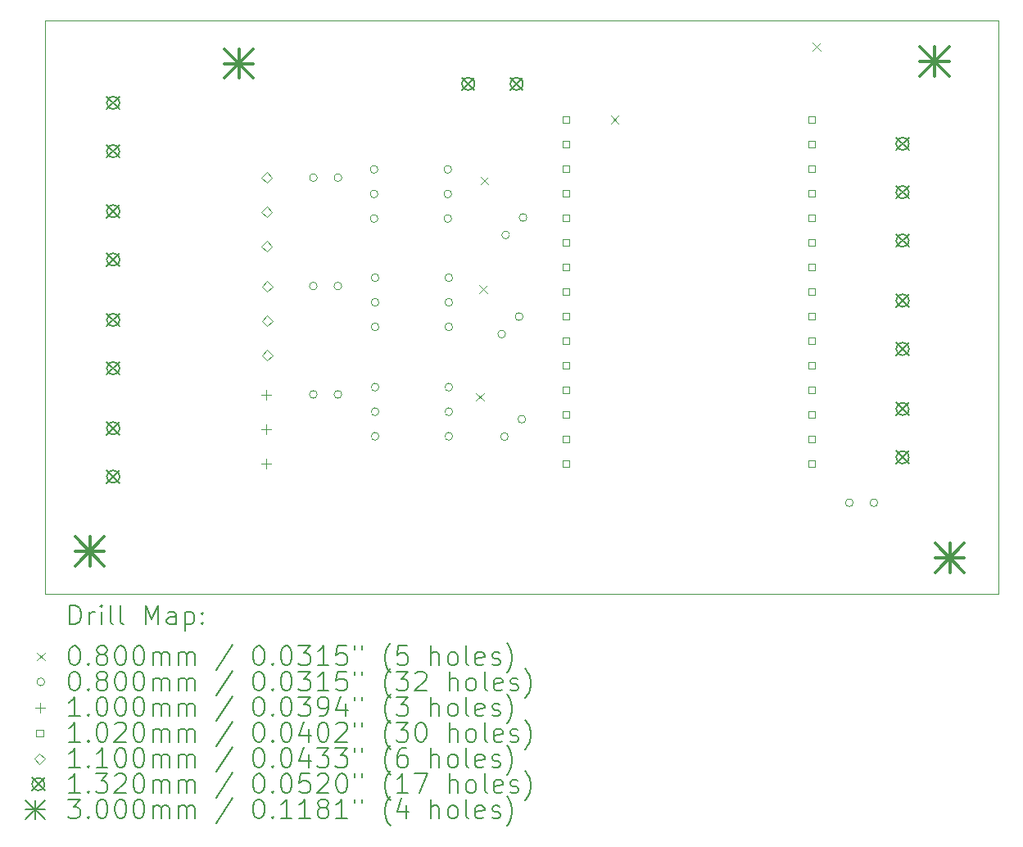
<source format=gbr>
%TF.GenerationSoftware,KiCad,Pcbnew,8.0.1*%
%TF.CreationDate,2024-04-25T16:48:08-05:00*%
%TF.ProjectId,C1,43312e6b-6963-4616-945f-706362585858,rev?*%
%TF.SameCoordinates,Original*%
%TF.FileFunction,Drillmap*%
%TF.FilePolarity,Positive*%
%FSLAX45Y45*%
G04 Gerber Fmt 4.5, Leading zero omitted, Abs format (unit mm)*
G04 Created by KiCad (PCBNEW 8.0.1) date 2024-04-25 16:48:08*
%MOMM*%
%LPD*%
G01*
G04 APERTURE LIST*
%ADD10C,0.100000*%
%ADD11C,0.200000*%
%ADD12C,0.102000*%
%ADD13C,0.110000*%
%ADD14C,0.132000*%
%ADD15C,0.300000*%
G04 APERTURE END LIST*
D10*
X7227900Y-4873400D02*
X17078528Y-4873400D01*
X17078528Y-10802928D01*
X7227900Y-10802928D01*
X7227900Y-4873400D01*
D11*
D10*
X11683000Y-8726000D02*
X11763000Y-8806000D01*
X11763000Y-8726000D02*
X11683000Y-8806000D01*
X11717000Y-7613000D02*
X11797000Y-7693000D01*
X11797000Y-7613000D02*
X11717000Y-7693000D01*
X11727000Y-6492000D02*
X11807000Y-6572000D01*
X11807000Y-6492000D02*
X11727000Y-6572000D01*
X13077500Y-5858500D02*
X13157500Y-5938500D01*
X13157500Y-5858500D02*
X13077500Y-5938500D01*
X15161000Y-5105000D02*
X15241000Y-5185000D01*
X15241000Y-5105000D02*
X15161000Y-5185000D01*
X10040000Y-7620000D02*
G75*
G02*
X9960000Y-7620000I-40000J0D01*
G01*
X9960000Y-7620000D02*
G75*
G02*
X10040000Y-7620000I40000J0D01*
G01*
X10040000Y-8740000D02*
G75*
G02*
X9960000Y-8740000I-40000J0D01*
G01*
X9960000Y-8740000D02*
G75*
G02*
X10040000Y-8740000I40000J0D01*
G01*
X10040500Y-6500000D02*
G75*
G02*
X9960500Y-6500000I-40000J0D01*
G01*
X9960500Y-6500000D02*
G75*
G02*
X10040500Y-6500000I40000J0D01*
G01*
X10294000Y-7620000D02*
G75*
G02*
X10214000Y-7620000I-40000J0D01*
G01*
X10214000Y-7620000D02*
G75*
G02*
X10294000Y-7620000I40000J0D01*
G01*
X10294000Y-8740000D02*
G75*
G02*
X10214000Y-8740000I-40000J0D01*
G01*
X10214000Y-8740000D02*
G75*
G02*
X10294000Y-8740000I40000J0D01*
G01*
X10294500Y-6500000D02*
G75*
G02*
X10214500Y-6500000I-40000J0D01*
G01*
X10214500Y-6500000D02*
G75*
G02*
X10294500Y-6500000I40000J0D01*
G01*
X10668000Y-6414500D02*
G75*
G02*
X10588000Y-6414500I-40000J0D01*
G01*
X10588000Y-6414500D02*
G75*
G02*
X10668000Y-6414500I40000J0D01*
G01*
X10668000Y-6668500D02*
G75*
G02*
X10588000Y-6668500I-40000J0D01*
G01*
X10588000Y-6668500D02*
G75*
G02*
X10668000Y-6668500I40000J0D01*
G01*
X10668000Y-6922500D02*
G75*
G02*
X10588000Y-6922500I-40000J0D01*
G01*
X10588000Y-6922500D02*
G75*
G02*
X10668000Y-6922500I40000J0D01*
G01*
X10678000Y-7534500D02*
G75*
G02*
X10598000Y-7534500I-40000J0D01*
G01*
X10598000Y-7534500D02*
G75*
G02*
X10678000Y-7534500I40000J0D01*
G01*
X10678000Y-7788500D02*
G75*
G02*
X10598000Y-7788500I-40000J0D01*
G01*
X10598000Y-7788500D02*
G75*
G02*
X10678000Y-7788500I40000J0D01*
G01*
X10678000Y-8042500D02*
G75*
G02*
X10598000Y-8042500I-40000J0D01*
G01*
X10598000Y-8042500D02*
G75*
G02*
X10678000Y-8042500I40000J0D01*
G01*
X10678000Y-8664500D02*
G75*
G02*
X10598000Y-8664500I-40000J0D01*
G01*
X10598000Y-8664500D02*
G75*
G02*
X10678000Y-8664500I40000J0D01*
G01*
X10678000Y-8918500D02*
G75*
G02*
X10598000Y-8918500I-40000J0D01*
G01*
X10598000Y-8918500D02*
G75*
G02*
X10678000Y-8918500I40000J0D01*
G01*
X10678000Y-9172500D02*
G75*
G02*
X10598000Y-9172500I-40000J0D01*
G01*
X10598000Y-9172500D02*
G75*
G02*
X10678000Y-9172500I40000J0D01*
G01*
X11430000Y-6414500D02*
G75*
G02*
X11350000Y-6414500I-40000J0D01*
G01*
X11350000Y-6414500D02*
G75*
G02*
X11430000Y-6414500I40000J0D01*
G01*
X11430000Y-6668500D02*
G75*
G02*
X11350000Y-6668500I-40000J0D01*
G01*
X11350000Y-6668500D02*
G75*
G02*
X11430000Y-6668500I40000J0D01*
G01*
X11430000Y-6922500D02*
G75*
G02*
X11350000Y-6922500I-40000J0D01*
G01*
X11350000Y-6922500D02*
G75*
G02*
X11430000Y-6922500I40000J0D01*
G01*
X11440000Y-7534500D02*
G75*
G02*
X11360000Y-7534500I-40000J0D01*
G01*
X11360000Y-7534500D02*
G75*
G02*
X11440000Y-7534500I40000J0D01*
G01*
X11440000Y-7788500D02*
G75*
G02*
X11360000Y-7788500I-40000J0D01*
G01*
X11360000Y-7788500D02*
G75*
G02*
X11440000Y-7788500I40000J0D01*
G01*
X11440000Y-8042500D02*
G75*
G02*
X11360000Y-8042500I-40000J0D01*
G01*
X11360000Y-8042500D02*
G75*
G02*
X11440000Y-8042500I40000J0D01*
G01*
X11440000Y-8664500D02*
G75*
G02*
X11360000Y-8664500I-40000J0D01*
G01*
X11360000Y-8664500D02*
G75*
G02*
X11440000Y-8664500I40000J0D01*
G01*
X11440000Y-8918500D02*
G75*
G02*
X11360000Y-8918500I-40000J0D01*
G01*
X11360000Y-8918500D02*
G75*
G02*
X11440000Y-8918500I40000J0D01*
G01*
X11440000Y-9172500D02*
G75*
G02*
X11360000Y-9172500I-40000J0D01*
G01*
X11360000Y-9172500D02*
G75*
G02*
X11440000Y-9172500I40000J0D01*
G01*
X11987288Y-8115712D02*
G75*
G02*
X11907288Y-8115712I-40000J0D01*
G01*
X11907288Y-8115712D02*
G75*
G02*
X11987288Y-8115712I40000J0D01*
G01*
X12015288Y-9175712D02*
G75*
G02*
X11935288Y-9175712I-40000J0D01*
G01*
X11935288Y-9175712D02*
G75*
G02*
X12015288Y-9175712I40000J0D01*
G01*
X12028288Y-7091712D02*
G75*
G02*
X11948288Y-7091712I-40000J0D01*
G01*
X11948288Y-7091712D02*
G75*
G02*
X12028288Y-7091712I40000J0D01*
G01*
X12166893Y-7936107D02*
G75*
G02*
X12086893Y-7936107I-40000J0D01*
G01*
X12086893Y-7936107D02*
G75*
G02*
X12166893Y-7936107I40000J0D01*
G01*
X12194893Y-8996107D02*
G75*
G02*
X12114893Y-8996107I-40000J0D01*
G01*
X12114893Y-8996107D02*
G75*
G02*
X12194893Y-8996107I40000J0D01*
G01*
X12207893Y-6912107D02*
G75*
G02*
X12127893Y-6912107I-40000J0D01*
G01*
X12127893Y-6912107D02*
G75*
G02*
X12207893Y-6912107I40000J0D01*
G01*
X15580000Y-9860000D02*
G75*
G02*
X15500000Y-9860000I-40000J0D01*
G01*
X15500000Y-9860000D02*
G75*
G02*
X15580000Y-9860000I40000J0D01*
G01*
X15834000Y-9860000D02*
G75*
G02*
X15754000Y-9860000I-40000J0D01*
G01*
X15754000Y-9860000D02*
G75*
G02*
X15834000Y-9860000I40000J0D01*
G01*
X9514500Y-8694400D02*
X9514500Y-8794400D01*
X9464500Y-8744400D02*
X9564500Y-8744400D01*
X9514500Y-9050000D02*
X9514500Y-9150000D01*
X9464500Y-9100000D02*
X9564500Y-9100000D01*
X9514500Y-9405600D02*
X9514500Y-9505600D01*
X9464500Y-9455600D02*
X9564500Y-9455600D01*
D12*
X12646063Y-5934563D02*
X12646063Y-5862437D01*
X12573937Y-5862437D01*
X12573937Y-5934563D01*
X12646063Y-5934563D01*
X12646063Y-6188563D02*
X12646063Y-6116437D01*
X12573937Y-6116437D01*
X12573937Y-6188563D01*
X12646063Y-6188563D01*
X12646063Y-6442563D02*
X12646063Y-6370437D01*
X12573937Y-6370437D01*
X12573937Y-6442563D01*
X12646063Y-6442563D01*
X12646063Y-6696563D02*
X12646063Y-6624437D01*
X12573937Y-6624437D01*
X12573937Y-6696563D01*
X12646063Y-6696563D01*
X12646063Y-6950563D02*
X12646063Y-6878437D01*
X12573937Y-6878437D01*
X12573937Y-6950563D01*
X12646063Y-6950563D01*
X12646063Y-7204563D02*
X12646063Y-7132437D01*
X12573937Y-7132437D01*
X12573937Y-7204563D01*
X12646063Y-7204563D01*
X12646063Y-7458563D02*
X12646063Y-7386437D01*
X12573937Y-7386437D01*
X12573937Y-7458563D01*
X12646063Y-7458563D01*
X12646063Y-7712563D02*
X12646063Y-7640437D01*
X12573937Y-7640437D01*
X12573937Y-7712563D01*
X12646063Y-7712563D01*
X12646063Y-7966563D02*
X12646063Y-7894437D01*
X12573937Y-7894437D01*
X12573937Y-7966563D01*
X12646063Y-7966563D01*
X12646063Y-8220563D02*
X12646063Y-8148437D01*
X12573937Y-8148437D01*
X12573937Y-8220563D01*
X12646063Y-8220563D01*
X12646063Y-8474563D02*
X12646063Y-8402437D01*
X12573937Y-8402437D01*
X12573937Y-8474563D01*
X12646063Y-8474563D01*
X12646063Y-8728563D02*
X12646063Y-8656437D01*
X12573937Y-8656437D01*
X12573937Y-8728563D01*
X12646063Y-8728563D01*
X12646063Y-8982563D02*
X12646063Y-8910437D01*
X12573937Y-8910437D01*
X12573937Y-8982563D01*
X12646063Y-8982563D01*
X12646063Y-9236563D02*
X12646063Y-9164437D01*
X12573937Y-9164437D01*
X12573937Y-9236563D01*
X12646063Y-9236563D01*
X12646063Y-9490563D02*
X12646063Y-9418437D01*
X12573937Y-9418437D01*
X12573937Y-9490563D01*
X12646063Y-9490563D01*
X15186063Y-5934563D02*
X15186063Y-5862437D01*
X15113937Y-5862437D01*
X15113937Y-5934563D01*
X15186063Y-5934563D01*
X15186063Y-6188563D02*
X15186063Y-6116437D01*
X15113937Y-6116437D01*
X15113937Y-6188563D01*
X15186063Y-6188563D01*
X15186063Y-6442563D02*
X15186063Y-6370437D01*
X15113937Y-6370437D01*
X15113937Y-6442563D01*
X15186063Y-6442563D01*
X15186063Y-6696563D02*
X15186063Y-6624437D01*
X15113937Y-6624437D01*
X15113937Y-6696563D01*
X15186063Y-6696563D01*
X15186063Y-6950563D02*
X15186063Y-6878437D01*
X15113937Y-6878437D01*
X15113937Y-6950563D01*
X15186063Y-6950563D01*
X15186063Y-7204563D02*
X15186063Y-7132437D01*
X15113937Y-7132437D01*
X15113937Y-7204563D01*
X15186063Y-7204563D01*
X15186063Y-7458563D02*
X15186063Y-7386437D01*
X15113937Y-7386437D01*
X15113937Y-7458563D01*
X15186063Y-7458563D01*
X15186063Y-7712563D02*
X15186063Y-7640437D01*
X15113937Y-7640437D01*
X15113937Y-7712563D01*
X15186063Y-7712563D01*
X15186063Y-7966563D02*
X15186063Y-7894437D01*
X15113937Y-7894437D01*
X15113937Y-7966563D01*
X15186063Y-7966563D01*
X15186063Y-8220563D02*
X15186063Y-8148437D01*
X15113937Y-8148437D01*
X15113937Y-8220563D01*
X15186063Y-8220563D01*
X15186063Y-8474563D02*
X15186063Y-8402437D01*
X15113937Y-8402437D01*
X15113937Y-8474563D01*
X15186063Y-8474563D01*
X15186063Y-8728563D02*
X15186063Y-8656437D01*
X15113937Y-8656437D01*
X15113937Y-8728563D01*
X15186063Y-8728563D01*
X15186063Y-8982563D02*
X15186063Y-8910437D01*
X15113937Y-8910437D01*
X15113937Y-8982563D01*
X15186063Y-8982563D01*
X15186063Y-9236563D02*
X15186063Y-9164437D01*
X15113937Y-9164437D01*
X15113937Y-9236563D01*
X15186063Y-9236563D01*
X15186063Y-9490563D02*
X15186063Y-9418437D01*
X15113937Y-9418437D01*
X15113937Y-9490563D01*
X15186063Y-9490563D01*
D13*
X9520000Y-6555400D02*
X9575000Y-6500400D01*
X9520000Y-6445400D01*
X9465000Y-6500400D01*
X9520000Y-6555400D01*
X9520000Y-6911000D02*
X9575000Y-6856000D01*
X9520000Y-6801000D01*
X9465000Y-6856000D01*
X9520000Y-6911000D01*
X9520000Y-7266600D02*
X9575000Y-7211600D01*
X9520000Y-7156600D01*
X9465000Y-7211600D01*
X9520000Y-7266600D01*
X9524500Y-7679400D02*
X9579500Y-7624400D01*
X9524500Y-7569400D01*
X9469500Y-7624400D01*
X9524500Y-7679400D01*
X9524500Y-8035000D02*
X9579500Y-7980000D01*
X9524500Y-7925000D01*
X9469500Y-7980000D01*
X9524500Y-8035000D01*
X9524500Y-8390600D02*
X9579500Y-8335600D01*
X9524500Y-8280600D01*
X9469500Y-8335600D01*
X9524500Y-8390600D01*
D14*
X7864000Y-5660500D02*
X7996000Y-5792500D01*
X7996000Y-5660500D02*
X7864000Y-5792500D01*
X7996000Y-5726500D02*
G75*
G02*
X7864000Y-5726500I-66000J0D01*
G01*
X7864000Y-5726500D02*
G75*
G02*
X7996000Y-5726500I66000J0D01*
G01*
X7864000Y-6160500D02*
X7996000Y-6292500D01*
X7996000Y-6160500D02*
X7864000Y-6292500D01*
X7996000Y-6226500D02*
G75*
G02*
X7864000Y-6226500I-66000J0D01*
G01*
X7864000Y-6226500D02*
G75*
G02*
X7996000Y-6226500I66000J0D01*
G01*
X7864000Y-6780500D02*
X7996000Y-6912500D01*
X7996000Y-6780500D02*
X7864000Y-6912500D01*
X7996000Y-6846500D02*
G75*
G02*
X7864000Y-6846500I-66000J0D01*
G01*
X7864000Y-6846500D02*
G75*
G02*
X7996000Y-6846500I66000J0D01*
G01*
X7864000Y-7280500D02*
X7996000Y-7412500D01*
X7996000Y-7280500D02*
X7864000Y-7412500D01*
X7996000Y-7346500D02*
G75*
G02*
X7864000Y-7346500I-66000J0D01*
G01*
X7864000Y-7346500D02*
G75*
G02*
X7996000Y-7346500I66000J0D01*
G01*
X7864000Y-7904000D02*
X7996000Y-8036000D01*
X7996000Y-7904000D02*
X7864000Y-8036000D01*
X7996000Y-7970000D02*
G75*
G02*
X7864000Y-7970000I-66000J0D01*
G01*
X7864000Y-7970000D02*
G75*
G02*
X7996000Y-7970000I66000J0D01*
G01*
X7864000Y-8404000D02*
X7996000Y-8536000D01*
X7996000Y-8404000D02*
X7864000Y-8536000D01*
X7996000Y-8470000D02*
G75*
G02*
X7864000Y-8470000I-66000J0D01*
G01*
X7864000Y-8470000D02*
G75*
G02*
X7996000Y-8470000I66000J0D01*
G01*
X7864000Y-9024000D02*
X7996000Y-9156000D01*
X7996000Y-9024000D02*
X7864000Y-9156000D01*
X7996000Y-9090000D02*
G75*
G02*
X7864000Y-9090000I-66000J0D01*
G01*
X7864000Y-9090000D02*
G75*
G02*
X7996000Y-9090000I66000J0D01*
G01*
X7864000Y-9524000D02*
X7996000Y-9656000D01*
X7996000Y-9524000D02*
X7864000Y-9656000D01*
X7996000Y-9590000D02*
G75*
G02*
X7864000Y-9590000I-66000J0D01*
G01*
X7864000Y-9590000D02*
G75*
G02*
X7996000Y-9590000I66000J0D01*
G01*
X11534000Y-5464000D02*
X11666000Y-5596000D01*
X11666000Y-5464000D02*
X11534000Y-5596000D01*
X11666000Y-5530000D02*
G75*
G02*
X11534000Y-5530000I-66000J0D01*
G01*
X11534000Y-5530000D02*
G75*
G02*
X11666000Y-5530000I66000J0D01*
G01*
X12034000Y-5464000D02*
X12166000Y-5596000D01*
X12166000Y-5464000D02*
X12034000Y-5596000D01*
X12166000Y-5530000D02*
G75*
G02*
X12034000Y-5530000I-66000J0D01*
G01*
X12034000Y-5530000D02*
G75*
G02*
X12166000Y-5530000I66000J0D01*
G01*
X16024000Y-6084000D02*
X16156000Y-6216000D01*
X16156000Y-6084000D02*
X16024000Y-6216000D01*
X16156000Y-6150000D02*
G75*
G02*
X16024000Y-6150000I-66000J0D01*
G01*
X16024000Y-6150000D02*
G75*
G02*
X16156000Y-6150000I66000J0D01*
G01*
X16024000Y-6584000D02*
X16156000Y-6716000D01*
X16156000Y-6584000D02*
X16024000Y-6716000D01*
X16156000Y-6650000D02*
G75*
G02*
X16024000Y-6650000I-66000J0D01*
G01*
X16024000Y-6650000D02*
G75*
G02*
X16156000Y-6650000I66000J0D01*
G01*
X16024000Y-7084000D02*
X16156000Y-7216000D01*
X16156000Y-7084000D02*
X16024000Y-7216000D01*
X16156000Y-7150000D02*
G75*
G02*
X16024000Y-7150000I-66000J0D01*
G01*
X16024000Y-7150000D02*
G75*
G02*
X16156000Y-7150000I66000J0D01*
G01*
X16024000Y-7704000D02*
X16156000Y-7836000D01*
X16156000Y-7704000D02*
X16024000Y-7836000D01*
X16156000Y-7770000D02*
G75*
G02*
X16024000Y-7770000I-66000J0D01*
G01*
X16024000Y-7770000D02*
G75*
G02*
X16156000Y-7770000I66000J0D01*
G01*
X16024000Y-8204000D02*
X16156000Y-8336000D01*
X16156000Y-8204000D02*
X16024000Y-8336000D01*
X16156000Y-8270000D02*
G75*
G02*
X16024000Y-8270000I-66000J0D01*
G01*
X16024000Y-8270000D02*
G75*
G02*
X16156000Y-8270000I66000J0D01*
G01*
X16024000Y-8824000D02*
X16156000Y-8956000D01*
X16156000Y-8824000D02*
X16024000Y-8956000D01*
X16156000Y-8890000D02*
G75*
G02*
X16024000Y-8890000I-66000J0D01*
G01*
X16024000Y-8890000D02*
G75*
G02*
X16156000Y-8890000I66000J0D01*
G01*
X16024000Y-9324000D02*
X16156000Y-9456000D01*
X16156000Y-9324000D02*
X16024000Y-9456000D01*
X16156000Y-9390000D02*
G75*
G02*
X16024000Y-9390000I-66000J0D01*
G01*
X16024000Y-9390000D02*
G75*
G02*
X16156000Y-9390000I66000J0D01*
G01*
D15*
X7540000Y-10210000D02*
X7840000Y-10510000D01*
X7840000Y-10210000D02*
X7540000Y-10510000D01*
X7690000Y-10210000D02*
X7690000Y-10510000D01*
X7540000Y-10360000D02*
X7840000Y-10360000D01*
X9080000Y-5170000D02*
X9380000Y-5470000D01*
X9380000Y-5170000D02*
X9080000Y-5470000D01*
X9230000Y-5170000D02*
X9230000Y-5470000D01*
X9080000Y-5320000D02*
X9380000Y-5320000D01*
X16270000Y-5150000D02*
X16570000Y-5450000D01*
X16570000Y-5150000D02*
X16270000Y-5450000D01*
X16420000Y-5150000D02*
X16420000Y-5450000D01*
X16270000Y-5300000D02*
X16570000Y-5300000D01*
X16430000Y-10280000D02*
X16730000Y-10580000D01*
X16730000Y-10280000D02*
X16430000Y-10580000D01*
X16580000Y-10280000D02*
X16580000Y-10580000D01*
X16430000Y-10430000D02*
X16730000Y-10430000D01*
D11*
X7483677Y-11119411D02*
X7483677Y-10919411D01*
X7483677Y-10919411D02*
X7531296Y-10919411D01*
X7531296Y-10919411D02*
X7559867Y-10928935D01*
X7559867Y-10928935D02*
X7578915Y-10947983D01*
X7578915Y-10947983D02*
X7588439Y-10967030D01*
X7588439Y-10967030D02*
X7597962Y-11005126D01*
X7597962Y-11005126D02*
X7597962Y-11033697D01*
X7597962Y-11033697D02*
X7588439Y-11071792D01*
X7588439Y-11071792D02*
X7578915Y-11090840D01*
X7578915Y-11090840D02*
X7559867Y-11109888D01*
X7559867Y-11109888D02*
X7531296Y-11119411D01*
X7531296Y-11119411D02*
X7483677Y-11119411D01*
X7683677Y-11119411D02*
X7683677Y-10986078D01*
X7683677Y-11024173D02*
X7693201Y-11005126D01*
X7693201Y-11005126D02*
X7702724Y-10995602D01*
X7702724Y-10995602D02*
X7721772Y-10986078D01*
X7721772Y-10986078D02*
X7740820Y-10986078D01*
X7807486Y-11119411D02*
X7807486Y-10986078D01*
X7807486Y-10919411D02*
X7797962Y-10928935D01*
X7797962Y-10928935D02*
X7807486Y-10938459D01*
X7807486Y-10938459D02*
X7817010Y-10928935D01*
X7817010Y-10928935D02*
X7807486Y-10919411D01*
X7807486Y-10919411D02*
X7807486Y-10938459D01*
X7931296Y-11119411D02*
X7912248Y-11109888D01*
X7912248Y-11109888D02*
X7902724Y-11090840D01*
X7902724Y-11090840D02*
X7902724Y-10919411D01*
X8036058Y-11119411D02*
X8017010Y-11109888D01*
X8017010Y-11109888D02*
X8007486Y-11090840D01*
X8007486Y-11090840D02*
X8007486Y-10919411D01*
X8264629Y-11119411D02*
X8264629Y-10919411D01*
X8264629Y-10919411D02*
X8331296Y-11062268D01*
X8331296Y-11062268D02*
X8397963Y-10919411D01*
X8397963Y-10919411D02*
X8397963Y-11119411D01*
X8578915Y-11119411D02*
X8578915Y-11014649D01*
X8578915Y-11014649D02*
X8569391Y-10995602D01*
X8569391Y-10995602D02*
X8550344Y-10986078D01*
X8550344Y-10986078D02*
X8512248Y-10986078D01*
X8512248Y-10986078D02*
X8493201Y-10995602D01*
X8578915Y-11109888D02*
X8559867Y-11119411D01*
X8559867Y-11119411D02*
X8512248Y-11119411D01*
X8512248Y-11119411D02*
X8493201Y-11109888D01*
X8493201Y-11109888D02*
X8483677Y-11090840D01*
X8483677Y-11090840D02*
X8483677Y-11071792D01*
X8483677Y-11071792D02*
X8493201Y-11052745D01*
X8493201Y-11052745D02*
X8512248Y-11043221D01*
X8512248Y-11043221D02*
X8559867Y-11043221D01*
X8559867Y-11043221D02*
X8578915Y-11033697D01*
X8674153Y-10986078D02*
X8674153Y-11186078D01*
X8674153Y-10995602D02*
X8693201Y-10986078D01*
X8693201Y-10986078D02*
X8731296Y-10986078D01*
X8731296Y-10986078D02*
X8750344Y-10995602D01*
X8750344Y-10995602D02*
X8759867Y-11005126D01*
X8759867Y-11005126D02*
X8769391Y-11024173D01*
X8769391Y-11024173D02*
X8769391Y-11081316D01*
X8769391Y-11081316D02*
X8759867Y-11100364D01*
X8759867Y-11100364D02*
X8750344Y-11109888D01*
X8750344Y-11109888D02*
X8731296Y-11119411D01*
X8731296Y-11119411D02*
X8693201Y-11119411D01*
X8693201Y-11119411D02*
X8674153Y-11109888D01*
X8855105Y-11100364D02*
X8864629Y-11109888D01*
X8864629Y-11109888D02*
X8855105Y-11119411D01*
X8855105Y-11119411D02*
X8845582Y-11109888D01*
X8845582Y-11109888D02*
X8855105Y-11100364D01*
X8855105Y-11100364D02*
X8855105Y-11119411D01*
X8855105Y-10995602D02*
X8864629Y-11005126D01*
X8864629Y-11005126D02*
X8855105Y-11014649D01*
X8855105Y-11014649D02*
X8845582Y-11005126D01*
X8845582Y-11005126D02*
X8855105Y-10995602D01*
X8855105Y-10995602D02*
X8855105Y-11014649D01*
D10*
X7142900Y-11407927D02*
X7222900Y-11487927D01*
X7222900Y-11407927D02*
X7142900Y-11487927D01*
D11*
X7521772Y-11339411D02*
X7540820Y-11339411D01*
X7540820Y-11339411D02*
X7559867Y-11348935D01*
X7559867Y-11348935D02*
X7569391Y-11358459D01*
X7569391Y-11358459D02*
X7578915Y-11377506D01*
X7578915Y-11377506D02*
X7588439Y-11415602D01*
X7588439Y-11415602D02*
X7588439Y-11463221D01*
X7588439Y-11463221D02*
X7578915Y-11501316D01*
X7578915Y-11501316D02*
X7569391Y-11520364D01*
X7569391Y-11520364D02*
X7559867Y-11529887D01*
X7559867Y-11529887D02*
X7540820Y-11539411D01*
X7540820Y-11539411D02*
X7521772Y-11539411D01*
X7521772Y-11539411D02*
X7502724Y-11529887D01*
X7502724Y-11529887D02*
X7493201Y-11520364D01*
X7493201Y-11520364D02*
X7483677Y-11501316D01*
X7483677Y-11501316D02*
X7474153Y-11463221D01*
X7474153Y-11463221D02*
X7474153Y-11415602D01*
X7474153Y-11415602D02*
X7483677Y-11377506D01*
X7483677Y-11377506D02*
X7493201Y-11358459D01*
X7493201Y-11358459D02*
X7502724Y-11348935D01*
X7502724Y-11348935D02*
X7521772Y-11339411D01*
X7674153Y-11520364D02*
X7683677Y-11529887D01*
X7683677Y-11529887D02*
X7674153Y-11539411D01*
X7674153Y-11539411D02*
X7664629Y-11529887D01*
X7664629Y-11529887D02*
X7674153Y-11520364D01*
X7674153Y-11520364D02*
X7674153Y-11539411D01*
X7797962Y-11425125D02*
X7778915Y-11415602D01*
X7778915Y-11415602D02*
X7769391Y-11406078D01*
X7769391Y-11406078D02*
X7759867Y-11387030D01*
X7759867Y-11387030D02*
X7759867Y-11377506D01*
X7759867Y-11377506D02*
X7769391Y-11358459D01*
X7769391Y-11358459D02*
X7778915Y-11348935D01*
X7778915Y-11348935D02*
X7797962Y-11339411D01*
X7797962Y-11339411D02*
X7836058Y-11339411D01*
X7836058Y-11339411D02*
X7855105Y-11348935D01*
X7855105Y-11348935D02*
X7864629Y-11358459D01*
X7864629Y-11358459D02*
X7874153Y-11377506D01*
X7874153Y-11377506D02*
X7874153Y-11387030D01*
X7874153Y-11387030D02*
X7864629Y-11406078D01*
X7864629Y-11406078D02*
X7855105Y-11415602D01*
X7855105Y-11415602D02*
X7836058Y-11425125D01*
X7836058Y-11425125D02*
X7797962Y-11425125D01*
X7797962Y-11425125D02*
X7778915Y-11434649D01*
X7778915Y-11434649D02*
X7769391Y-11444173D01*
X7769391Y-11444173D02*
X7759867Y-11463221D01*
X7759867Y-11463221D02*
X7759867Y-11501316D01*
X7759867Y-11501316D02*
X7769391Y-11520364D01*
X7769391Y-11520364D02*
X7778915Y-11529887D01*
X7778915Y-11529887D02*
X7797962Y-11539411D01*
X7797962Y-11539411D02*
X7836058Y-11539411D01*
X7836058Y-11539411D02*
X7855105Y-11529887D01*
X7855105Y-11529887D02*
X7864629Y-11520364D01*
X7864629Y-11520364D02*
X7874153Y-11501316D01*
X7874153Y-11501316D02*
X7874153Y-11463221D01*
X7874153Y-11463221D02*
X7864629Y-11444173D01*
X7864629Y-11444173D02*
X7855105Y-11434649D01*
X7855105Y-11434649D02*
X7836058Y-11425125D01*
X7997962Y-11339411D02*
X8017010Y-11339411D01*
X8017010Y-11339411D02*
X8036058Y-11348935D01*
X8036058Y-11348935D02*
X8045582Y-11358459D01*
X8045582Y-11358459D02*
X8055105Y-11377506D01*
X8055105Y-11377506D02*
X8064629Y-11415602D01*
X8064629Y-11415602D02*
X8064629Y-11463221D01*
X8064629Y-11463221D02*
X8055105Y-11501316D01*
X8055105Y-11501316D02*
X8045582Y-11520364D01*
X8045582Y-11520364D02*
X8036058Y-11529887D01*
X8036058Y-11529887D02*
X8017010Y-11539411D01*
X8017010Y-11539411D02*
X7997962Y-11539411D01*
X7997962Y-11539411D02*
X7978915Y-11529887D01*
X7978915Y-11529887D02*
X7969391Y-11520364D01*
X7969391Y-11520364D02*
X7959867Y-11501316D01*
X7959867Y-11501316D02*
X7950343Y-11463221D01*
X7950343Y-11463221D02*
X7950343Y-11415602D01*
X7950343Y-11415602D02*
X7959867Y-11377506D01*
X7959867Y-11377506D02*
X7969391Y-11358459D01*
X7969391Y-11358459D02*
X7978915Y-11348935D01*
X7978915Y-11348935D02*
X7997962Y-11339411D01*
X8188439Y-11339411D02*
X8207486Y-11339411D01*
X8207486Y-11339411D02*
X8226534Y-11348935D01*
X8226534Y-11348935D02*
X8236058Y-11358459D01*
X8236058Y-11358459D02*
X8245582Y-11377506D01*
X8245582Y-11377506D02*
X8255105Y-11415602D01*
X8255105Y-11415602D02*
X8255105Y-11463221D01*
X8255105Y-11463221D02*
X8245582Y-11501316D01*
X8245582Y-11501316D02*
X8236058Y-11520364D01*
X8236058Y-11520364D02*
X8226534Y-11529887D01*
X8226534Y-11529887D02*
X8207486Y-11539411D01*
X8207486Y-11539411D02*
X8188439Y-11539411D01*
X8188439Y-11539411D02*
X8169391Y-11529887D01*
X8169391Y-11529887D02*
X8159867Y-11520364D01*
X8159867Y-11520364D02*
X8150343Y-11501316D01*
X8150343Y-11501316D02*
X8140820Y-11463221D01*
X8140820Y-11463221D02*
X8140820Y-11415602D01*
X8140820Y-11415602D02*
X8150343Y-11377506D01*
X8150343Y-11377506D02*
X8159867Y-11358459D01*
X8159867Y-11358459D02*
X8169391Y-11348935D01*
X8169391Y-11348935D02*
X8188439Y-11339411D01*
X8340820Y-11539411D02*
X8340820Y-11406078D01*
X8340820Y-11425125D02*
X8350343Y-11415602D01*
X8350343Y-11415602D02*
X8369391Y-11406078D01*
X8369391Y-11406078D02*
X8397963Y-11406078D01*
X8397963Y-11406078D02*
X8417010Y-11415602D01*
X8417010Y-11415602D02*
X8426534Y-11434649D01*
X8426534Y-11434649D02*
X8426534Y-11539411D01*
X8426534Y-11434649D02*
X8436058Y-11415602D01*
X8436058Y-11415602D02*
X8455105Y-11406078D01*
X8455105Y-11406078D02*
X8483677Y-11406078D01*
X8483677Y-11406078D02*
X8502725Y-11415602D01*
X8502725Y-11415602D02*
X8512248Y-11434649D01*
X8512248Y-11434649D02*
X8512248Y-11539411D01*
X8607486Y-11539411D02*
X8607486Y-11406078D01*
X8607486Y-11425125D02*
X8617010Y-11415602D01*
X8617010Y-11415602D02*
X8636058Y-11406078D01*
X8636058Y-11406078D02*
X8664629Y-11406078D01*
X8664629Y-11406078D02*
X8683677Y-11415602D01*
X8683677Y-11415602D02*
X8693201Y-11434649D01*
X8693201Y-11434649D02*
X8693201Y-11539411D01*
X8693201Y-11434649D02*
X8702725Y-11415602D01*
X8702725Y-11415602D02*
X8721772Y-11406078D01*
X8721772Y-11406078D02*
X8750344Y-11406078D01*
X8750344Y-11406078D02*
X8769391Y-11415602D01*
X8769391Y-11415602D02*
X8778915Y-11434649D01*
X8778915Y-11434649D02*
X8778915Y-11539411D01*
X9169391Y-11329887D02*
X8997963Y-11587030D01*
X9426534Y-11339411D02*
X9445582Y-11339411D01*
X9445582Y-11339411D02*
X9464629Y-11348935D01*
X9464629Y-11348935D02*
X9474153Y-11358459D01*
X9474153Y-11358459D02*
X9483677Y-11377506D01*
X9483677Y-11377506D02*
X9493201Y-11415602D01*
X9493201Y-11415602D02*
X9493201Y-11463221D01*
X9493201Y-11463221D02*
X9483677Y-11501316D01*
X9483677Y-11501316D02*
X9474153Y-11520364D01*
X9474153Y-11520364D02*
X9464629Y-11529887D01*
X9464629Y-11529887D02*
X9445582Y-11539411D01*
X9445582Y-11539411D02*
X9426534Y-11539411D01*
X9426534Y-11539411D02*
X9407487Y-11529887D01*
X9407487Y-11529887D02*
X9397963Y-11520364D01*
X9397963Y-11520364D02*
X9388439Y-11501316D01*
X9388439Y-11501316D02*
X9378915Y-11463221D01*
X9378915Y-11463221D02*
X9378915Y-11415602D01*
X9378915Y-11415602D02*
X9388439Y-11377506D01*
X9388439Y-11377506D02*
X9397963Y-11358459D01*
X9397963Y-11358459D02*
X9407487Y-11348935D01*
X9407487Y-11348935D02*
X9426534Y-11339411D01*
X9578915Y-11520364D02*
X9588439Y-11529887D01*
X9588439Y-11529887D02*
X9578915Y-11539411D01*
X9578915Y-11539411D02*
X9569391Y-11529887D01*
X9569391Y-11529887D02*
X9578915Y-11520364D01*
X9578915Y-11520364D02*
X9578915Y-11539411D01*
X9712248Y-11339411D02*
X9731296Y-11339411D01*
X9731296Y-11339411D02*
X9750344Y-11348935D01*
X9750344Y-11348935D02*
X9759868Y-11358459D01*
X9759868Y-11358459D02*
X9769391Y-11377506D01*
X9769391Y-11377506D02*
X9778915Y-11415602D01*
X9778915Y-11415602D02*
X9778915Y-11463221D01*
X9778915Y-11463221D02*
X9769391Y-11501316D01*
X9769391Y-11501316D02*
X9759868Y-11520364D01*
X9759868Y-11520364D02*
X9750344Y-11529887D01*
X9750344Y-11529887D02*
X9731296Y-11539411D01*
X9731296Y-11539411D02*
X9712248Y-11539411D01*
X9712248Y-11539411D02*
X9693201Y-11529887D01*
X9693201Y-11529887D02*
X9683677Y-11520364D01*
X9683677Y-11520364D02*
X9674153Y-11501316D01*
X9674153Y-11501316D02*
X9664629Y-11463221D01*
X9664629Y-11463221D02*
X9664629Y-11415602D01*
X9664629Y-11415602D02*
X9674153Y-11377506D01*
X9674153Y-11377506D02*
X9683677Y-11358459D01*
X9683677Y-11358459D02*
X9693201Y-11348935D01*
X9693201Y-11348935D02*
X9712248Y-11339411D01*
X9845582Y-11339411D02*
X9969391Y-11339411D01*
X9969391Y-11339411D02*
X9902725Y-11415602D01*
X9902725Y-11415602D02*
X9931296Y-11415602D01*
X9931296Y-11415602D02*
X9950344Y-11425125D01*
X9950344Y-11425125D02*
X9959868Y-11434649D01*
X9959868Y-11434649D02*
X9969391Y-11453697D01*
X9969391Y-11453697D02*
X9969391Y-11501316D01*
X9969391Y-11501316D02*
X9959868Y-11520364D01*
X9959868Y-11520364D02*
X9950344Y-11529887D01*
X9950344Y-11529887D02*
X9931296Y-11539411D01*
X9931296Y-11539411D02*
X9874153Y-11539411D01*
X9874153Y-11539411D02*
X9855106Y-11529887D01*
X9855106Y-11529887D02*
X9845582Y-11520364D01*
X10159868Y-11539411D02*
X10045582Y-11539411D01*
X10102725Y-11539411D02*
X10102725Y-11339411D01*
X10102725Y-11339411D02*
X10083677Y-11367983D01*
X10083677Y-11367983D02*
X10064629Y-11387030D01*
X10064629Y-11387030D02*
X10045582Y-11396554D01*
X10340820Y-11339411D02*
X10245582Y-11339411D01*
X10245582Y-11339411D02*
X10236058Y-11434649D01*
X10236058Y-11434649D02*
X10245582Y-11425125D01*
X10245582Y-11425125D02*
X10264629Y-11415602D01*
X10264629Y-11415602D02*
X10312249Y-11415602D01*
X10312249Y-11415602D02*
X10331296Y-11425125D01*
X10331296Y-11425125D02*
X10340820Y-11434649D01*
X10340820Y-11434649D02*
X10350344Y-11453697D01*
X10350344Y-11453697D02*
X10350344Y-11501316D01*
X10350344Y-11501316D02*
X10340820Y-11520364D01*
X10340820Y-11520364D02*
X10331296Y-11529887D01*
X10331296Y-11529887D02*
X10312249Y-11539411D01*
X10312249Y-11539411D02*
X10264629Y-11539411D01*
X10264629Y-11539411D02*
X10245582Y-11529887D01*
X10245582Y-11529887D02*
X10236058Y-11520364D01*
X10426534Y-11339411D02*
X10426534Y-11377506D01*
X10502725Y-11339411D02*
X10502725Y-11377506D01*
X10797963Y-11615602D02*
X10788439Y-11606078D01*
X10788439Y-11606078D02*
X10769391Y-11577506D01*
X10769391Y-11577506D02*
X10759868Y-11558459D01*
X10759868Y-11558459D02*
X10750344Y-11529887D01*
X10750344Y-11529887D02*
X10740820Y-11482268D01*
X10740820Y-11482268D02*
X10740820Y-11444173D01*
X10740820Y-11444173D02*
X10750344Y-11396554D01*
X10750344Y-11396554D02*
X10759868Y-11367983D01*
X10759868Y-11367983D02*
X10769391Y-11348935D01*
X10769391Y-11348935D02*
X10788439Y-11320364D01*
X10788439Y-11320364D02*
X10797963Y-11310840D01*
X10969391Y-11339411D02*
X10874153Y-11339411D01*
X10874153Y-11339411D02*
X10864630Y-11434649D01*
X10864630Y-11434649D02*
X10874153Y-11425125D01*
X10874153Y-11425125D02*
X10893201Y-11415602D01*
X10893201Y-11415602D02*
X10940820Y-11415602D01*
X10940820Y-11415602D02*
X10959868Y-11425125D01*
X10959868Y-11425125D02*
X10969391Y-11434649D01*
X10969391Y-11434649D02*
X10978915Y-11453697D01*
X10978915Y-11453697D02*
X10978915Y-11501316D01*
X10978915Y-11501316D02*
X10969391Y-11520364D01*
X10969391Y-11520364D02*
X10959868Y-11529887D01*
X10959868Y-11529887D02*
X10940820Y-11539411D01*
X10940820Y-11539411D02*
X10893201Y-11539411D01*
X10893201Y-11539411D02*
X10874153Y-11529887D01*
X10874153Y-11529887D02*
X10864630Y-11520364D01*
X11217010Y-11539411D02*
X11217010Y-11339411D01*
X11302725Y-11539411D02*
X11302725Y-11434649D01*
X11302725Y-11434649D02*
X11293201Y-11415602D01*
X11293201Y-11415602D02*
X11274153Y-11406078D01*
X11274153Y-11406078D02*
X11245582Y-11406078D01*
X11245582Y-11406078D02*
X11226534Y-11415602D01*
X11226534Y-11415602D02*
X11217010Y-11425125D01*
X11426534Y-11539411D02*
X11407487Y-11529887D01*
X11407487Y-11529887D02*
X11397963Y-11520364D01*
X11397963Y-11520364D02*
X11388439Y-11501316D01*
X11388439Y-11501316D02*
X11388439Y-11444173D01*
X11388439Y-11444173D02*
X11397963Y-11425125D01*
X11397963Y-11425125D02*
X11407487Y-11415602D01*
X11407487Y-11415602D02*
X11426534Y-11406078D01*
X11426534Y-11406078D02*
X11455106Y-11406078D01*
X11455106Y-11406078D02*
X11474153Y-11415602D01*
X11474153Y-11415602D02*
X11483677Y-11425125D01*
X11483677Y-11425125D02*
X11493201Y-11444173D01*
X11493201Y-11444173D02*
X11493201Y-11501316D01*
X11493201Y-11501316D02*
X11483677Y-11520364D01*
X11483677Y-11520364D02*
X11474153Y-11529887D01*
X11474153Y-11529887D02*
X11455106Y-11539411D01*
X11455106Y-11539411D02*
X11426534Y-11539411D01*
X11607487Y-11539411D02*
X11588439Y-11529887D01*
X11588439Y-11529887D02*
X11578915Y-11510840D01*
X11578915Y-11510840D02*
X11578915Y-11339411D01*
X11759868Y-11529887D02*
X11740820Y-11539411D01*
X11740820Y-11539411D02*
X11702725Y-11539411D01*
X11702725Y-11539411D02*
X11683677Y-11529887D01*
X11683677Y-11529887D02*
X11674153Y-11510840D01*
X11674153Y-11510840D02*
X11674153Y-11434649D01*
X11674153Y-11434649D02*
X11683677Y-11415602D01*
X11683677Y-11415602D02*
X11702725Y-11406078D01*
X11702725Y-11406078D02*
X11740820Y-11406078D01*
X11740820Y-11406078D02*
X11759868Y-11415602D01*
X11759868Y-11415602D02*
X11769391Y-11434649D01*
X11769391Y-11434649D02*
X11769391Y-11453697D01*
X11769391Y-11453697D02*
X11674153Y-11472745D01*
X11845582Y-11529887D02*
X11864630Y-11539411D01*
X11864630Y-11539411D02*
X11902725Y-11539411D01*
X11902725Y-11539411D02*
X11921772Y-11529887D01*
X11921772Y-11529887D02*
X11931296Y-11510840D01*
X11931296Y-11510840D02*
X11931296Y-11501316D01*
X11931296Y-11501316D02*
X11921772Y-11482268D01*
X11921772Y-11482268D02*
X11902725Y-11472745D01*
X11902725Y-11472745D02*
X11874153Y-11472745D01*
X11874153Y-11472745D02*
X11855106Y-11463221D01*
X11855106Y-11463221D02*
X11845582Y-11444173D01*
X11845582Y-11444173D02*
X11845582Y-11434649D01*
X11845582Y-11434649D02*
X11855106Y-11415602D01*
X11855106Y-11415602D02*
X11874153Y-11406078D01*
X11874153Y-11406078D02*
X11902725Y-11406078D01*
X11902725Y-11406078D02*
X11921772Y-11415602D01*
X11997963Y-11615602D02*
X12007487Y-11606078D01*
X12007487Y-11606078D02*
X12026534Y-11577506D01*
X12026534Y-11577506D02*
X12036058Y-11558459D01*
X12036058Y-11558459D02*
X12045582Y-11529887D01*
X12045582Y-11529887D02*
X12055106Y-11482268D01*
X12055106Y-11482268D02*
X12055106Y-11444173D01*
X12055106Y-11444173D02*
X12045582Y-11396554D01*
X12045582Y-11396554D02*
X12036058Y-11367983D01*
X12036058Y-11367983D02*
X12026534Y-11348935D01*
X12026534Y-11348935D02*
X12007487Y-11320364D01*
X12007487Y-11320364D02*
X11997963Y-11310840D01*
D10*
X7222900Y-11711927D02*
G75*
G02*
X7142900Y-11711927I-40000J0D01*
G01*
X7142900Y-11711927D02*
G75*
G02*
X7222900Y-11711927I40000J0D01*
G01*
D11*
X7521772Y-11603411D02*
X7540820Y-11603411D01*
X7540820Y-11603411D02*
X7559867Y-11612935D01*
X7559867Y-11612935D02*
X7569391Y-11622459D01*
X7569391Y-11622459D02*
X7578915Y-11641506D01*
X7578915Y-11641506D02*
X7588439Y-11679602D01*
X7588439Y-11679602D02*
X7588439Y-11727221D01*
X7588439Y-11727221D02*
X7578915Y-11765316D01*
X7578915Y-11765316D02*
X7569391Y-11784364D01*
X7569391Y-11784364D02*
X7559867Y-11793887D01*
X7559867Y-11793887D02*
X7540820Y-11803411D01*
X7540820Y-11803411D02*
X7521772Y-11803411D01*
X7521772Y-11803411D02*
X7502724Y-11793887D01*
X7502724Y-11793887D02*
X7493201Y-11784364D01*
X7493201Y-11784364D02*
X7483677Y-11765316D01*
X7483677Y-11765316D02*
X7474153Y-11727221D01*
X7474153Y-11727221D02*
X7474153Y-11679602D01*
X7474153Y-11679602D02*
X7483677Y-11641506D01*
X7483677Y-11641506D02*
X7493201Y-11622459D01*
X7493201Y-11622459D02*
X7502724Y-11612935D01*
X7502724Y-11612935D02*
X7521772Y-11603411D01*
X7674153Y-11784364D02*
X7683677Y-11793887D01*
X7683677Y-11793887D02*
X7674153Y-11803411D01*
X7674153Y-11803411D02*
X7664629Y-11793887D01*
X7664629Y-11793887D02*
X7674153Y-11784364D01*
X7674153Y-11784364D02*
X7674153Y-11803411D01*
X7797962Y-11689125D02*
X7778915Y-11679602D01*
X7778915Y-11679602D02*
X7769391Y-11670078D01*
X7769391Y-11670078D02*
X7759867Y-11651030D01*
X7759867Y-11651030D02*
X7759867Y-11641506D01*
X7759867Y-11641506D02*
X7769391Y-11622459D01*
X7769391Y-11622459D02*
X7778915Y-11612935D01*
X7778915Y-11612935D02*
X7797962Y-11603411D01*
X7797962Y-11603411D02*
X7836058Y-11603411D01*
X7836058Y-11603411D02*
X7855105Y-11612935D01*
X7855105Y-11612935D02*
X7864629Y-11622459D01*
X7864629Y-11622459D02*
X7874153Y-11641506D01*
X7874153Y-11641506D02*
X7874153Y-11651030D01*
X7874153Y-11651030D02*
X7864629Y-11670078D01*
X7864629Y-11670078D02*
X7855105Y-11679602D01*
X7855105Y-11679602D02*
X7836058Y-11689125D01*
X7836058Y-11689125D02*
X7797962Y-11689125D01*
X7797962Y-11689125D02*
X7778915Y-11698649D01*
X7778915Y-11698649D02*
X7769391Y-11708173D01*
X7769391Y-11708173D02*
X7759867Y-11727221D01*
X7759867Y-11727221D02*
X7759867Y-11765316D01*
X7759867Y-11765316D02*
X7769391Y-11784364D01*
X7769391Y-11784364D02*
X7778915Y-11793887D01*
X7778915Y-11793887D02*
X7797962Y-11803411D01*
X7797962Y-11803411D02*
X7836058Y-11803411D01*
X7836058Y-11803411D02*
X7855105Y-11793887D01*
X7855105Y-11793887D02*
X7864629Y-11784364D01*
X7864629Y-11784364D02*
X7874153Y-11765316D01*
X7874153Y-11765316D02*
X7874153Y-11727221D01*
X7874153Y-11727221D02*
X7864629Y-11708173D01*
X7864629Y-11708173D02*
X7855105Y-11698649D01*
X7855105Y-11698649D02*
X7836058Y-11689125D01*
X7997962Y-11603411D02*
X8017010Y-11603411D01*
X8017010Y-11603411D02*
X8036058Y-11612935D01*
X8036058Y-11612935D02*
X8045582Y-11622459D01*
X8045582Y-11622459D02*
X8055105Y-11641506D01*
X8055105Y-11641506D02*
X8064629Y-11679602D01*
X8064629Y-11679602D02*
X8064629Y-11727221D01*
X8064629Y-11727221D02*
X8055105Y-11765316D01*
X8055105Y-11765316D02*
X8045582Y-11784364D01*
X8045582Y-11784364D02*
X8036058Y-11793887D01*
X8036058Y-11793887D02*
X8017010Y-11803411D01*
X8017010Y-11803411D02*
X7997962Y-11803411D01*
X7997962Y-11803411D02*
X7978915Y-11793887D01*
X7978915Y-11793887D02*
X7969391Y-11784364D01*
X7969391Y-11784364D02*
X7959867Y-11765316D01*
X7959867Y-11765316D02*
X7950343Y-11727221D01*
X7950343Y-11727221D02*
X7950343Y-11679602D01*
X7950343Y-11679602D02*
X7959867Y-11641506D01*
X7959867Y-11641506D02*
X7969391Y-11622459D01*
X7969391Y-11622459D02*
X7978915Y-11612935D01*
X7978915Y-11612935D02*
X7997962Y-11603411D01*
X8188439Y-11603411D02*
X8207486Y-11603411D01*
X8207486Y-11603411D02*
X8226534Y-11612935D01*
X8226534Y-11612935D02*
X8236058Y-11622459D01*
X8236058Y-11622459D02*
X8245582Y-11641506D01*
X8245582Y-11641506D02*
X8255105Y-11679602D01*
X8255105Y-11679602D02*
X8255105Y-11727221D01*
X8255105Y-11727221D02*
X8245582Y-11765316D01*
X8245582Y-11765316D02*
X8236058Y-11784364D01*
X8236058Y-11784364D02*
X8226534Y-11793887D01*
X8226534Y-11793887D02*
X8207486Y-11803411D01*
X8207486Y-11803411D02*
X8188439Y-11803411D01*
X8188439Y-11803411D02*
X8169391Y-11793887D01*
X8169391Y-11793887D02*
X8159867Y-11784364D01*
X8159867Y-11784364D02*
X8150343Y-11765316D01*
X8150343Y-11765316D02*
X8140820Y-11727221D01*
X8140820Y-11727221D02*
X8140820Y-11679602D01*
X8140820Y-11679602D02*
X8150343Y-11641506D01*
X8150343Y-11641506D02*
X8159867Y-11622459D01*
X8159867Y-11622459D02*
X8169391Y-11612935D01*
X8169391Y-11612935D02*
X8188439Y-11603411D01*
X8340820Y-11803411D02*
X8340820Y-11670078D01*
X8340820Y-11689125D02*
X8350343Y-11679602D01*
X8350343Y-11679602D02*
X8369391Y-11670078D01*
X8369391Y-11670078D02*
X8397963Y-11670078D01*
X8397963Y-11670078D02*
X8417010Y-11679602D01*
X8417010Y-11679602D02*
X8426534Y-11698649D01*
X8426534Y-11698649D02*
X8426534Y-11803411D01*
X8426534Y-11698649D02*
X8436058Y-11679602D01*
X8436058Y-11679602D02*
X8455105Y-11670078D01*
X8455105Y-11670078D02*
X8483677Y-11670078D01*
X8483677Y-11670078D02*
X8502725Y-11679602D01*
X8502725Y-11679602D02*
X8512248Y-11698649D01*
X8512248Y-11698649D02*
X8512248Y-11803411D01*
X8607486Y-11803411D02*
X8607486Y-11670078D01*
X8607486Y-11689125D02*
X8617010Y-11679602D01*
X8617010Y-11679602D02*
X8636058Y-11670078D01*
X8636058Y-11670078D02*
X8664629Y-11670078D01*
X8664629Y-11670078D02*
X8683677Y-11679602D01*
X8683677Y-11679602D02*
X8693201Y-11698649D01*
X8693201Y-11698649D02*
X8693201Y-11803411D01*
X8693201Y-11698649D02*
X8702725Y-11679602D01*
X8702725Y-11679602D02*
X8721772Y-11670078D01*
X8721772Y-11670078D02*
X8750344Y-11670078D01*
X8750344Y-11670078D02*
X8769391Y-11679602D01*
X8769391Y-11679602D02*
X8778915Y-11698649D01*
X8778915Y-11698649D02*
X8778915Y-11803411D01*
X9169391Y-11593887D02*
X8997963Y-11851030D01*
X9426534Y-11603411D02*
X9445582Y-11603411D01*
X9445582Y-11603411D02*
X9464629Y-11612935D01*
X9464629Y-11612935D02*
X9474153Y-11622459D01*
X9474153Y-11622459D02*
X9483677Y-11641506D01*
X9483677Y-11641506D02*
X9493201Y-11679602D01*
X9493201Y-11679602D02*
X9493201Y-11727221D01*
X9493201Y-11727221D02*
X9483677Y-11765316D01*
X9483677Y-11765316D02*
X9474153Y-11784364D01*
X9474153Y-11784364D02*
X9464629Y-11793887D01*
X9464629Y-11793887D02*
X9445582Y-11803411D01*
X9445582Y-11803411D02*
X9426534Y-11803411D01*
X9426534Y-11803411D02*
X9407487Y-11793887D01*
X9407487Y-11793887D02*
X9397963Y-11784364D01*
X9397963Y-11784364D02*
X9388439Y-11765316D01*
X9388439Y-11765316D02*
X9378915Y-11727221D01*
X9378915Y-11727221D02*
X9378915Y-11679602D01*
X9378915Y-11679602D02*
X9388439Y-11641506D01*
X9388439Y-11641506D02*
X9397963Y-11622459D01*
X9397963Y-11622459D02*
X9407487Y-11612935D01*
X9407487Y-11612935D02*
X9426534Y-11603411D01*
X9578915Y-11784364D02*
X9588439Y-11793887D01*
X9588439Y-11793887D02*
X9578915Y-11803411D01*
X9578915Y-11803411D02*
X9569391Y-11793887D01*
X9569391Y-11793887D02*
X9578915Y-11784364D01*
X9578915Y-11784364D02*
X9578915Y-11803411D01*
X9712248Y-11603411D02*
X9731296Y-11603411D01*
X9731296Y-11603411D02*
X9750344Y-11612935D01*
X9750344Y-11612935D02*
X9759868Y-11622459D01*
X9759868Y-11622459D02*
X9769391Y-11641506D01*
X9769391Y-11641506D02*
X9778915Y-11679602D01*
X9778915Y-11679602D02*
X9778915Y-11727221D01*
X9778915Y-11727221D02*
X9769391Y-11765316D01*
X9769391Y-11765316D02*
X9759868Y-11784364D01*
X9759868Y-11784364D02*
X9750344Y-11793887D01*
X9750344Y-11793887D02*
X9731296Y-11803411D01*
X9731296Y-11803411D02*
X9712248Y-11803411D01*
X9712248Y-11803411D02*
X9693201Y-11793887D01*
X9693201Y-11793887D02*
X9683677Y-11784364D01*
X9683677Y-11784364D02*
X9674153Y-11765316D01*
X9674153Y-11765316D02*
X9664629Y-11727221D01*
X9664629Y-11727221D02*
X9664629Y-11679602D01*
X9664629Y-11679602D02*
X9674153Y-11641506D01*
X9674153Y-11641506D02*
X9683677Y-11622459D01*
X9683677Y-11622459D02*
X9693201Y-11612935D01*
X9693201Y-11612935D02*
X9712248Y-11603411D01*
X9845582Y-11603411D02*
X9969391Y-11603411D01*
X9969391Y-11603411D02*
X9902725Y-11679602D01*
X9902725Y-11679602D02*
X9931296Y-11679602D01*
X9931296Y-11679602D02*
X9950344Y-11689125D01*
X9950344Y-11689125D02*
X9959868Y-11698649D01*
X9959868Y-11698649D02*
X9969391Y-11717697D01*
X9969391Y-11717697D02*
X9969391Y-11765316D01*
X9969391Y-11765316D02*
X9959868Y-11784364D01*
X9959868Y-11784364D02*
X9950344Y-11793887D01*
X9950344Y-11793887D02*
X9931296Y-11803411D01*
X9931296Y-11803411D02*
X9874153Y-11803411D01*
X9874153Y-11803411D02*
X9855106Y-11793887D01*
X9855106Y-11793887D02*
X9845582Y-11784364D01*
X10159868Y-11803411D02*
X10045582Y-11803411D01*
X10102725Y-11803411D02*
X10102725Y-11603411D01*
X10102725Y-11603411D02*
X10083677Y-11631983D01*
X10083677Y-11631983D02*
X10064629Y-11651030D01*
X10064629Y-11651030D02*
X10045582Y-11660554D01*
X10340820Y-11603411D02*
X10245582Y-11603411D01*
X10245582Y-11603411D02*
X10236058Y-11698649D01*
X10236058Y-11698649D02*
X10245582Y-11689125D01*
X10245582Y-11689125D02*
X10264629Y-11679602D01*
X10264629Y-11679602D02*
X10312249Y-11679602D01*
X10312249Y-11679602D02*
X10331296Y-11689125D01*
X10331296Y-11689125D02*
X10340820Y-11698649D01*
X10340820Y-11698649D02*
X10350344Y-11717697D01*
X10350344Y-11717697D02*
X10350344Y-11765316D01*
X10350344Y-11765316D02*
X10340820Y-11784364D01*
X10340820Y-11784364D02*
X10331296Y-11793887D01*
X10331296Y-11793887D02*
X10312249Y-11803411D01*
X10312249Y-11803411D02*
X10264629Y-11803411D01*
X10264629Y-11803411D02*
X10245582Y-11793887D01*
X10245582Y-11793887D02*
X10236058Y-11784364D01*
X10426534Y-11603411D02*
X10426534Y-11641506D01*
X10502725Y-11603411D02*
X10502725Y-11641506D01*
X10797963Y-11879602D02*
X10788439Y-11870078D01*
X10788439Y-11870078D02*
X10769391Y-11841506D01*
X10769391Y-11841506D02*
X10759868Y-11822459D01*
X10759868Y-11822459D02*
X10750344Y-11793887D01*
X10750344Y-11793887D02*
X10740820Y-11746268D01*
X10740820Y-11746268D02*
X10740820Y-11708173D01*
X10740820Y-11708173D02*
X10750344Y-11660554D01*
X10750344Y-11660554D02*
X10759868Y-11631983D01*
X10759868Y-11631983D02*
X10769391Y-11612935D01*
X10769391Y-11612935D02*
X10788439Y-11584364D01*
X10788439Y-11584364D02*
X10797963Y-11574840D01*
X10855106Y-11603411D02*
X10978915Y-11603411D01*
X10978915Y-11603411D02*
X10912249Y-11679602D01*
X10912249Y-11679602D02*
X10940820Y-11679602D01*
X10940820Y-11679602D02*
X10959868Y-11689125D01*
X10959868Y-11689125D02*
X10969391Y-11698649D01*
X10969391Y-11698649D02*
X10978915Y-11717697D01*
X10978915Y-11717697D02*
X10978915Y-11765316D01*
X10978915Y-11765316D02*
X10969391Y-11784364D01*
X10969391Y-11784364D02*
X10959868Y-11793887D01*
X10959868Y-11793887D02*
X10940820Y-11803411D01*
X10940820Y-11803411D02*
X10883677Y-11803411D01*
X10883677Y-11803411D02*
X10864630Y-11793887D01*
X10864630Y-11793887D02*
X10855106Y-11784364D01*
X11055106Y-11622459D02*
X11064630Y-11612935D01*
X11064630Y-11612935D02*
X11083677Y-11603411D01*
X11083677Y-11603411D02*
X11131296Y-11603411D01*
X11131296Y-11603411D02*
X11150344Y-11612935D01*
X11150344Y-11612935D02*
X11159868Y-11622459D01*
X11159868Y-11622459D02*
X11169391Y-11641506D01*
X11169391Y-11641506D02*
X11169391Y-11660554D01*
X11169391Y-11660554D02*
X11159868Y-11689125D01*
X11159868Y-11689125D02*
X11045582Y-11803411D01*
X11045582Y-11803411D02*
X11169391Y-11803411D01*
X11407487Y-11803411D02*
X11407487Y-11603411D01*
X11493201Y-11803411D02*
X11493201Y-11698649D01*
X11493201Y-11698649D02*
X11483677Y-11679602D01*
X11483677Y-11679602D02*
X11464630Y-11670078D01*
X11464630Y-11670078D02*
X11436058Y-11670078D01*
X11436058Y-11670078D02*
X11417010Y-11679602D01*
X11417010Y-11679602D02*
X11407487Y-11689125D01*
X11617010Y-11803411D02*
X11597963Y-11793887D01*
X11597963Y-11793887D02*
X11588439Y-11784364D01*
X11588439Y-11784364D02*
X11578915Y-11765316D01*
X11578915Y-11765316D02*
X11578915Y-11708173D01*
X11578915Y-11708173D02*
X11588439Y-11689125D01*
X11588439Y-11689125D02*
X11597963Y-11679602D01*
X11597963Y-11679602D02*
X11617010Y-11670078D01*
X11617010Y-11670078D02*
X11645582Y-11670078D01*
X11645582Y-11670078D02*
X11664630Y-11679602D01*
X11664630Y-11679602D02*
X11674153Y-11689125D01*
X11674153Y-11689125D02*
X11683677Y-11708173D01*
X11683677Y-11708173D02*
X11683677Y-11765316D01*
X11683677Y-11765316D02*
X11674153Y-11784364D01*
X11674153Y-11784364D02*
X11664630Y-11793887D01*
X11664630Y-11793887D02*
X11645582Y-11803411D01*
X11645582Y-11803411D02*
X11617010Y-11803411D01*
X11797963Y-11803411D02*
X11778915Y-11793887D01*
X11778915Y-11793887D02*
X11769391Y-11774840D01*
X11769391Y-11774840D02*
X11769391Y-11603411D01*
X11950344Y-11793887D02*
X11931296Y-11803411D01*
X11931296Y-11803411D02*
X11893201Y-11803411D01*
X11893201Y-11803411D02*
X11874153Y-11793887D01*
X11874153Y-11793887D02*
X11864630Y-11774840D01*
X11864630Y-11774840D02*
X11864630Y-11698649D01*
X11864630Y-11698649D02*
X11874153Y-11679602D01*
X11874153Y-11679602D02*
X11893201Y-11670078D01*
X11893201Y-11670078D02*
X11931296Y-11670078D01*
X11931296Y-11670078D02*
X11950344Y-11679602D01*
X11950344Y-11679602D02*
X11959868Y-11698649D01*
X11959868Y-11698649D02*
X11959868Y-11717697D01*
X11959868Y-11717697D02*
X11864630Y-11736745D01*
X12036058Y-11793887D02*
X12055106Y-11803411D01*
X12055106Y-11803411D02*
X12093201Y-11803411D01*
X12093201Y-11803411D02*
X12112249Y-11793887D01*
X12112249Y-11793887D02*
X12121772Y-11774840D01*
X12121772Y-11774840D02*
X12121772Y-11765316D01*
X12121772Y-11765316D02*
X12112249Y-11746268D01*
X12112249Y-11746268D02*
X12093201Y-11736745D01*
X12093201Y-11736745D02*
X12064630Y-11736745D01*
X12064630Y-11736745D02*
X12045582Y-11727221D01*
X12045582Y-11727221D02*
X12036058Y-11708173D01*
X12036058Y-11708173D02*
X12036058Y-11698649D01*
X12036058Y-11698649D02*
X12045582Y-11679602D01*
X12045582Y-11679602D02*
X12064630Y-11670078D01*
X12064630Y-11670078D02*
X12093201Y-11670078D01*
X12093201Y-11670078D02*
X12112249Y-11679602D01*
X12188439Y-11879602D02*
X12197963Y-11870078D01*
X12197963Y-11870078D02*
X12217011Y-11841506D01*
X12217011Y-11841506D02*
X12226534Y-11822459D01*
X12226534Y-11822459D02*
X12236058Y-11793887D01*
X12236058Y-11793887D02*
X12245582Y-11746268D01*
X12245582Y-11746268D02*
X12245582Y-11708173D01*
X12245582Y-11708173D02*
X12236058Y-11660554D01*
X12236058Y-11660554D02*
X12226534Y-11631983D01*
X12226534Y-11631983D02*
X12217011Y-11612935D01*
X12217011Y-11612935D02*
X12197963Y-11584364D01*
X12197963Y-11584364D02*
X12188439Y-11574840D01*
D10*
X7172900Y-11925927D02*
X7172900Y-12025927D01*
X7122900Y-11975927D02*
X7222900Y-11975927D01*
D11*
X7588439Y-12067411D02*
X7474153Y-12067411D01*
X7531296Y-12067411D02*
X7531296Y-11867411D01*
X7531296Y-11867411D02*
X7512248Y-11895983D01*
X7512248Y-11895983D02*
X7493201Y-11915030D01*
X7493201Y-11915030D02*
X7474153Y-11924554D01*
X7674153Y-12048364D02*
X7683677Y-12057887D01*
X7683677Y-12057887D02*
X7674153Y-12067411D01*
X7674153Y-12067411D02*
X7664629Y-12057887D01*
X7664629Y-12057887D02*
X7674153Y-12048364D01*
X7674153Y-12048364D02*
X7674153Y-12067411D01*
X7807486Y-11867411D02*
X7826534Y-11867411D01*
X7826534Y-11867411D02*
X7845582Y-11876935D01*
X7845582Y-11876935D02*
X7855105Y-11886459D01*
X7855105Y-11886459D02*
X7864629Y-11905506D01*
X7864629Y-11905506D02*
X7874153Y-11943602D01*
X7874153Y-11943602D02*
X7874153Y-11991221D01*
X7874153Y-11991221D02*
X7864629Y-12029316D01*
X7864629Y-12029316D02*
X7855105Y-12048364D01*
X7855105Y-12048364D02*
X7845582Y-12057887D01*
X7845582Y-12057887D02*
X7826534Y-12067411D01*
X7826534Y-12067411D02*
X7807486Y-12067411D01*
X7807486Y-12067411D02*
X7788439Y-12057887D01*
X7788439Y-12057887D02*
X7778915Y-12048364D01*
X7778915Y-12048364D02*
X7769391Y-12029316D01*
X7769391Y-12029316D02*
X7759867Y-11991221D01*
X7759867Y-11991221D02*
X7759867Y-11943602D01*
X7759867Y-11943602D02*
X7769391Y-11905506D01*
X7769391Y-11905506D02*
X7778915Y-11886459D01*
X7778915Y-11886459D02*
X7788439Y-11876935D01*
X7788439Y-11876935D02*
X7807486Y-11867411D01*
X7997962Y-11867411D02*
X8017010Y-11867411D01*
X8017010Y-11867411D02*
X8036058Y-11876935D01*
X8036058Y-11876935D02*
X8045582Y-11886459D01*
X8045582Y-11886459D02*
X8055105Y-11905506D01*
X8055105Y-11905506D02*
X8064629Y-11943602D01*
X8064629Y-11943602D02*
X8064629Y-11991221D01*
X8064629Y-11991221D02*
X8055105Y-12029316D01*
X8055105Y-12029316D02*
X8045582Y-12048364D01*
X8045582Y-12048364D02*
X8036058Y-12057887D01*
X8036058Y-12057887D02*
X8017010Y-12067411D01*
X8017010Y-12067411D02*
X7997962Y-12067411D01*
X7997962Y-12067411D02*
X7978915Y-12057887D01*
X7978915Y-12057887D02*
X7969391Y-12048364D01*
X7969391Y-12048364D02*
X7959867Y-12029316D01*
X7959867Y-12029316D02*
X7950343Y-11991221D01*
X7950343Y-11991221D02*
X7950343Y-11943602D01*
X7950343Y-11943602D02*
X7959867Y-11905506D01*
X7959867Y-11905506D02*
X7969391Y-11886459D01*
X7969391Y-11886459D02*
X7978915Y-11876935D01*
X7978915Y-11876935D02*
X7997962Y-11867411D01*
X8188439Y-11867411D02*
X8207486Y-11867411D01*
X8207486Y-11867411D02*
X8226534Y-11876935D01*
X8226534Y-11876935D02*
X8236058Y-11886459D01*
X8236058Y-11886459D02*
X8245582Y-11905506D01*
X8245582Y-11905506D02*
X8255105Y-11943602D01*
X8255105Y-11943602D02*
X8255105Y-11991221D01*
X8255105Y-11991221D02*
X8245582Y-12029316D01*
X8245582Y-12029316D02*
X8236058Y-12048364D01*
X8236058Y-12048364D02*
X8226534Y-12057887D01*
X8226534Y-12057887D02*
X8207486Y-12067411D01*
X8207486Y-12067411D02*
X8188439Y-12067411D01*
X8188439Y-12067411D02*
X8169391Y-12057887D01*
X8169391Y-12057887D02*
X8159867Y-12048364D01*
X8159867Y-12048364D02*
X8150343Y-12029316D01*
X8150343Y-12029316D02*
X8140820Y-11991221D01*
X8140820Y-11991221D02*
X8140820Y-11943602D01*
X8140820Y-11943602D02*
X8150343Y-11905506D01*
X8150343Y-11905506D02*
X8159867Y-11886459D01*
X8159867Y-11886459D02*
X8169391Y-11876935D01*
X8169391Y-11876935D02*
X8188439Y-11867411D01*
X8340820Y-12067411D02*
X8340820Y-11934078D01*
X8340820Y-11953125D02*
X8350343Y-11943602D01*
X8350343Y-11943602D02*
X8369391Y-11934078D01*
X8369391Y-11934078D02*
X8397963Y-11934078D01*
X8397963Y-11934078D02*
X8417010Y-11943602D01*
X8417010Y-11943602D02*
X8426534Y-11962649D01*
X8426534Y-11962649D02*
X8426534Y-12067411D01*
X8426534Y-11962649D02*
X8436058Y-11943602D01*
X8436058Y-11943602D02*
X8455105Y-11934078D01*
X8455105Y-11934078D02*
X8483677Y-11934078D01*
X8483677Y-11934078D02*
X8502725Y-11943602D01*
X8502725Y-11943602D02*
X8512248Y-11962649D01*
X8512248Y-11962649D02*
X8512248Y-12067411D01*
X8607486Y-12067411D02*
X8607486Y-11934078D01*
X8607486Y-11953125D02*
X8617010Y-11943602D01*
X8617010Y-11943602D02*
X8636058Y-11934078D01*
X8636058Y-11934078D02*
X8664629Y-11934078D01*
X8664629Y-11934078D02*
X8683677Y-11943602D01*
X8683677Y-11943602D02*
X8693201Y-11962649D01*
X8693201Y-11962649D02*
X8693201Y-12067411D01*
X8693201Y-11962649D02*
X8702725Y-11943602D01*
X8702725Y-11943602D02*
X8721772Y-11934078D01*
X8721772Y-11934078D02*
X8750344Y-11934078D01*
X8750344Y-11934078D02*
X8769391Y-11943602D01*
X8769391Y-11943602D02*
X8778915Y-11962649D01*
X8778915Y-11962649D02*
X8778915Y-12067411D01*
X9169391Y-11857887D02*
X8997963Y-12115030D01*
X9426534Y-11867411D02*
X9445582Y-11867411D01*
X9445582Y-11867411D02*
X9464629Y-11876935D01*
X9464629Y-11876935D02*
X9474153Y-11886459D01*
X9474153Y-11886459D02*
X9483677Y-11905506D01*
X9483677Y-11905506D02*
X9493201Y-11943602D01*
X9493201Y-11943602D02*
X9493201Y-11991221D01*
X9493201Y-11991221D02*
X9483677Y-12029316D01*
X9483677Y-12029316D02*
X9474153Y-12048364D01*
X9474153Y-12048364D02*
X9464629Y-12057887D01*
X9464629Y-12057887D02*
X9445582Y-12067411D01*
X9445582Y-12067411D02*
X9426534Y-12067411D01*
X9426534Y-12067411D02*
X9407487Y-12057887D01*
X9407487Y-12057887D02*
X9397963Y-12048364D01*
X9397963Y-12048364D02*
X9388439Y-12029316D01*
X9388439Y-12029316D02*
X9378915Y-11991221D01*
X9378915Y-11991221D02*
X9378915Y-11943602D01*
X9378915Y-11943602D02*
X9388439Y-11905506D01*
X9388439Y-11905506D02*
X9397963Y-11886459D01*
X9397963Y-11886459D02*
X9407487Y-11876935D01*
X9407487Y-11876935D02*
X9426534Y-11867411D01*
X9578915Y-12048364D02*
X9588439Y-12057887D01*
X9588439Y-12057887D02*
X9578915Y-12067411D01*
X9578915Y-12067411D02*
X9569391Y-12057887D01*
X9569391Y-12057887D02*
X9578915Y-12048364D01*
X9578915Y-12048364D02*
X9578915Y-12067411D01*
X9712248Y-11867411D02*
X9731296Y-11867411D01*
X9731296Y-11867411D02*
X9750344Y-11876935D01*
X9750344Y-11876935D02*
X9759868Y-11886459D01*
X9759868Y-11886459D02*
X9769391Y-11905506D01*
X9769391Y-11905506D02*
X9778915Y-11943602D01*
X9778915Y-11943602D02*
X9778915Y-11991221D01*
X9778915Y-11991221D02*
X9769391Y-12029316D01*
X9769391Y-12029316D02*
X9759868Y-12048364D01*
X9759868Y-12048364D02*
X9750344Y-12057887D01*
X9750344Y-12057887D02*
X9731296Y-12067411D01*
X9731296Y-12067411D02*
X9712248Y-12067411D01*
X9712248Y-12067411D02*
X9693201Y-12057887D01*
X9693201Y-12057887D02*
X9683677Y-12048364D01*
X9683677Y-12048364D02*
X9674153Y-12029316D01*
X9674153Y-12029316D02*
X9664629Y-11991221D01*
X9664629Y-11991221D02*
X9664629Y-11943602D01*
X9664629Y-11943602D02*
X9674153Y-11905506D01*
X9674153Y-11905506D02*
X9683677Y-11886459D01*
X9683677Y-11886459D02*
X9693201Y-11876935D01*
X9693201Y-11876935D02*
X9712248Y-11867411D01*
X9845582Y-11867411D02*
X9969391Y-11867411D01*
X9969391Y-11867411D02*
X9902725Y-11943602D01*
X9902725Y-11943602D02*
X9931296Y-11943602D01*
X9931296Y-11943602D02*
X9950344Y-11953125D01*
X9950344Y-11953125D02*
X9959868Y-11962649D01*
X9959868Y-11962649D02*
X9969391Y-11981697D01*
X9969391Y-11981697D02*
X9969391Y-12029316D01*
X9969391Y-12029316D02*
X9959868Y-12048364D01*
X9959868Y-12048364D02*
X9950344Y-12057887D01*
X9950344Y-12057887D02*
X9931296Y-12067411D01*
X9931296Y-12067411D02*
X9874153Y-12067411D01*
X9874153Y-12067411D02*
X9855106Y-12057887D01*
X9855106Y-12057887D02*
X9845582Y-12048364D01*
X10064629Y-12067411D02*
X10102725Y-12067411D01*
X10102725Y-12067411D02*
X10121772Y-12057887D01*
X10121772Y-12057887D02*
X10131296Y-12048364D01*
X10131296Y-12048364D02*
X10150344Y-12019792D01*
X10150344Y-12019792D02*
X10159868Y-11981697D01*
X10159868Y-11981697D02*
X10159868Y-11905506D01*
X10159868Y-11905506D02*
X10150344Y-11886459D01*
X10150344Y-11886459D02*
X10140820Y-11876935D01*
X10140820Y-11876935D02*
X10121772Y-11867411D01*
X10121772Y-11867411D02*
X10083677Y-11867411D01*
X10083677Y-11867411D02*
X10064629Y-11876935D01*
X10064629Y-11876935D02*
X10055106Y-11886459D01*
X10055106Y-11886459D02*
X10045582Y-11905506D01*
X10045582Y-11905506D02*
X10045582Y-11953125D01*
X10045582Y-11953125D02*
X10055106Y-11972173D01*
X10055106Y-11972173D02*
X10064629Y-11981697D01*
X10064629Y-11981697D02*
X10083677Y-11991221D01*
X10083677Y-11991221D02*
X10121772Y-11991221D01*
X10121772Y-11991221D02*
X10140820Y-11981697D01*
X10140820Y-11981697D02*
X10150344Y-11972173D01*
X10150344Y-11972173D02*
X10159868Y-11953125D01*
X10331296Y-11934078D02*
X10331296Y-12067411D01*
X10283677Y-11857887D02*
X10236058Y-12000745D01*
X10236058Y-12000745D02*
X10359868Y-12000745D01*
X10426534Y-11867411D02*
X10426534Y-11905506D01*
X10502725Y-11867411D02*
X10502725Y-11905506D01*
X10797963Y-12143602D02*
X10788439Y-12134078D01*
X10788439Y-12134078D02*
X10769391Y-12105506D01*
X10769391Y-12105506D02*
X10759868Y-12086459D01*
X10759868Y-12086459D02*
X10750344Y-12057887D01*
X10750344Y-12057887D02*
X10740820Y-12010268D01*
X10740820Y-12010268D02*
X10740820Y-11972173D01*
X10740820Y-11972173D02*
X10750344Y-11924554D01*
X10750344Y-11924554D02*
X10759868Y-11895983D01*
X10759868Y-11895983D02*
X10769391Y-11876935D01*
X10769391Y-11876935D02*
X10788439Y-11848364D01*
X10788439Y-11848364D02*
X10797963Y-11838840D01*
X10855106Y-11867411D02*
X10978915Y-11867411D01*
X10978915Y-11867411D02*
X10912249Y-11943602D01*
X10912249Y-11943602D02*
X10940820Y-11943602D01*
X10940820Y-11943602D02*
X10959868Y-11953125D01*
X10959868Y-11953125D02*
X10969391Y-11962649D01*
X10969391Y-11962649D02*
X10978915Y-11981697D01*
X10978915Y-11981697D02*
X10978915Y-12029316D01*
X10978915Y-12029316D02*
X10969391Y-12048364D01*
X10969391Y-12048364D02*
X10959868Y-12057887D01*
X10959868Y-12057887D02*
X10940820Y-12067411D01*
X10940820Y-12067411D02*
X10883677Y-12067411D01*
X10883677Y-12067411D02*
X10864630Y-12057887D01*
X10864630Y-12057887D02*
X10855106Y-12048364D01*
X11217010Y-12067411D02*
X11217010Y-11867411D01*
X11302725Y-12067411D02*
X11302725Y-11962649D01*
X11302725Y-11962649D02*
X11293201Y-11943602D01*
X11293201Y-11943602D02*
X11274153Y-11934078D01*
X11274153Y-11934078D02*
X11245582Y-11934078D01*
X11245582Y-11934078D02*
X11226534Y-11943602D01*
X11226534Y-11943602D02*
X11217010Y-11953125D01*
X11426534Y-12067411D02*
X11407487Y-12057887D01*
X11407487Y-12057887D02*
X11397963Y-12048364D01*
X11397963Y-12048364D02*
X11388439Y-12029316D01*
X11388439Y-12029316D02*
X11388439Y-11972173D01*
X11388439Y-11972173D02*
X11397963Y-11953125D01*
X11397963Y-11953125D02*
X11407487Y-11943602D01*
X11407487Y-11943602D02*
X11426534Y-11934078D01*
X11426534Y-11934078D02*
X11455106Y-11934078D01*
X11455106Y-11934078D02*
X11474153Y-11943602D01*
X11474153Y-11943602D02*
X11483677Y-11953125D01*
X11483677Y-11953125D02*
X11493201Y-11972173D01*
X11493201Y-11972173D02*
X11493201Y-12029316D01*
X11493201Y-12029316D02*
X11483677Y-12048364D01*
X11483677Y-12048364D02*
X11474153Y-12057887D01*
X11474153Y-12057887D02*
X11455106Y-12067411D01*
X11455106Y-12067411D02*
X11426534Y-12067411D01*
X11607487Y-12067411D02*
X11588439Y-12057887D01*
X11588439Y-12057887D02*
X11578915Y-12038840D01*
X11578915Y-12038840D02*
X11578915Y-11867411D01*
X11759868Y-12057887D02*
X11740820Y-12067411D01*
X11740820Y-12067411D02*
X11702725Y-12067411D01*
X11702725Y-12067411D02*
X11683677Y-12057887D01*
X11683677Y-12057887D02*
X11674153Y-12038840D01*
X11674153Y-12038840D02*
X11674153Y-11962649D01*
X11674153Y-11962649D02*
X11683677Y-11943602D01*
X11683677Y-11943602D02*
X11702725Y-11934078D01*
X11702725Y-11934078D02*
X11740820Y-11934078D01*
X11740820Y-11934078D02*
X11759868Y-11943602D01*
X11759868Y-11943602D02*
X11769391Y-11962649D01*
X11769391Y-11962649D02*
X11769391Y-11981697D01*
X11769391Y-11981697D02*
X11674153Y-12000745D01*
X11845582Y-12057887D02*
X11864630Y-12067411D01*
X11864630Y-12067411D02*
X11902725Y-12067411D01*
X11902725Y-12067411D02*
X11921772Y-12057887D01*
X11921772Y-12057887D02*
X11931296Y-12038840D01*
X11931296Y-12038840D02*
X11931296Y-12029316D01*
X11931296Y-12029316D02*
X11921772Y-12010268D01*
X11921772Y-12010268D02*
X11902725Y-12000745D01*
X11902725Y-12000745D02*
X11874153Y-12000745D01*
X11874153Y-12000745D02*
X11855106Y-11991221D01*
X11855106Y-11991221D02*
X11845582Y-11972173D01*
X11845582Y-11972173D02*
X11845582Y-11962649D01*
X11845582Y-11962649D02*
X11855106Y-11943602D01*
X11855106Y-11943602D02*
X11874153Y-11934078D01*
X11874153Y-11934078D02*
X11902725Y-11934078D01*
X11902725Y-11934078D02*
X11921772Y-11943602D01*
X11997963Y-12143602D02*
X12007487Y-12134078D01*
X12007487Y-12134078D02*
X12026534Y-12105506D01*
X12026534Y-12105506D02*
X12036058Y-12086459D01*
X12036058Y-12086459D02*
X12045582Y-12057887D01*
X12045582Y-12057887D02*
X12055106Y-12010268D01*
X12055106Y-12010268D02*
X12055106Y-11972173D01*
X12055106Y-11972173D02*
X12045582Y-11924554D01*
X12045582Y-11924554D02*
X12036058Y-11895983D01*
X12036058Y-11895983D02*
X12026534Y-11876935D01*
X12026534Y-11876935D02*
X12007487Y-11848364D01*
X12007487Y-11848364D02*
X11997963Y-11838840D01*
D12*
X7207963Y-12275990D02*
X7207963Y-12203865D01*
X7135837Y-12203865D01*
X7135837Y-12275990D01*
X7207963Y-12275990D01*
D11*
X7588439Y-12331411D02*
X7474153Y-12331411D01*
X7531296Y-12331411D02*
X7531296Y-12131411D01*
X7531296Y-12131411D02*
X7512248Y-12159983D01*
X7512248Y-12159983D02*
X7493201Y-12179030D01*
X7493201Y-12179030D02*
X7474153Y-12188554D01*
X7674153Y-12312364D02*
X7683677Y-12321887D01*
X7683677Y-12321887D02*
X7674153Y-12331411D01*
X7674153Y-12331411D02*
X7664629Y-12321887D01*
X7664629Y-12321887D02*
X7674153Y-12312364D01*
X7674153Y-12312364D02*
X7674153Y-12331411D01*
X7807486Y-12131411D02*
X7826534Y-12131411D01*
X7826534Y-12131411D02*
X7845582Y-12140935D01*
X7845582Y-12140935D02*
X7855105Y-12150459D01*
X7855105Y-12150459D02*
X7864629Y-12169506D01*
X7864629Y-12169506D02*
X7874153Y-12207602D01*
X7874153Y-12207602D02*
X7874153Y-12255221D01*
X7874153Y-12255221D02*
X7864629Y-12293316D01*
X7864629Y-12293316D02*
X7855105Y-12312364D01*
X7855105Y-12312364D02*
X7845582Y-12321887D01*
X7845582Y-12321887D02*
X7826534Y-12331411D01*
X7826534Y-12331411D02*
X7807486Y-12331411D01*
X7807486Y-12331411D02*
X7788439Y-12321887D01*
X7788439Y-12321887D02*
X7778915Y-12312364D01*
X7778915Y-12312364D02*
X7769391Y-12293316D01*
X7769391Y-12293316D02*
X7759867Y-12255221D01*
X7759867Y-12255221D02*
X7759867Y-12207602D01*
X7759867Y-12207602D02*
X7769391Y-12169506D01*
X7769391Y-12169506D02*
X7778915Y-12150459D01*
X7778915Y-12150459D02*
X7788439Y-12140935D01*
X7788439Y-12140935D02*
X7807486Y-12131411D01*
X7950343Y-12150459D02*
X7959867Y-12140935D01*
X7959867Y-12140935D02*
X7978915Y-12131411D01*
X7978915Y-12131411D02*
X8026534Y-12131411D01*
X8026534Y-12131411D02*
X8045582Y-12140935D01*
X8045582Y-12140935D02*
X8055105Y-12150459D01*
X8055105Y-12150459D02*
X8064629Y-12169506D01*
X8064629Y-12169506D02*
X8064629Y-12188554D01*
X8064629Y-12188554D02*
X8055105Y-12217125D01*
X8055105Y-12217125D02*
X7940820Y-12331411D01*
X7940820Y-12331411D02*
X8064629Y-12331411D01*
X8188439Y-12131411D02*
X8207486Y-12131411D01*
X8207486Y-12131411D02*
X8226534Y-12140935D01*
X8226534Y-12140935D02*
X8236058Y-12150459D01*
X8236058Y-12150459D02*
X8245582Y-12169506D01*
X8245582Y-12169506D02*
X8255105Y-12207602D01*
X8255105Y-12207602D02*
X8255105Y-12255221D01*
X8255105Y-12255221D02*
X8245582Y-12293316D01*
X8245582Y-12293316D02*
X8236058Y-12312364D01*
X8236058Y-12312364D02*
X8226534Y-12321887D01*
X8226534Y-12321887D02*
X8207486Y-12331411D01*
X8207486Y-12331411D02*
X8188439Y-12331411D01*
X8188439Y-12331411D02*
X8169391Y-12321887D01*
X8169391Y-12321887D02*
X8159867Y-12312364D01*
X8159867Y-12312364D02*
X8150343Y-12293316D01*
X8150343Y-12293316D02*
X8140820Y-12255221D01*
X8140820Y-12255221D02*
X8140820Y-12207602D01*
X8140820Y-12207602D02*
X8150343Y-12169506D01*
X8150343Y-12169506D02*
X8159867Y-12150459D01*
X8159867Y-12150459D02*
X8169391Y-12140935D01*
X8169391Y-12140935D02*
X8188439Y-12131411D01*
X8340820Y-12331411D02*
X8340820Y-12198078D01*
X8340820Y-12217125D02*
X8350343Y-12207602D01*
X8350343Y-12207602D02*
X8369391Y-12198078D01*
X8369391Y-12198078D02*
X8397963Y-12198078D01*
X8397963Y-12198078D02*
X8417010Y-12207602D01*
X8417010Y-12207602D02*
X8426534Y-12226649D01*
X8426534Y-12226649D02*
X8426534Y-12331411D01*
X8426534Y-12226649D02*
X8436058Y-12207602D01*
X8436058Y-12207602D02*
X8455105Y-12198078D01*
X8455105Y-12198078D02*
X8483677Y-12198078D01*
X8483677Y-12198078D02*
X8502725Y-12207602D01*
X8502725Y-12207602D02*
X8512248Y-12226649D01*
X8512248Y-12226649D02*
X8512248Y-12331411D01*
X8607486Y-12331411D02*
X8607486Y-12198078D01*
X8607486Y-12217125D02*
X8617010Y-12207602D01*
X8617010Y-12207602D02*
X8636058Y-12198078D01*
X8636058Y-12198078D02*
X8664629Y-12198078D01*
X8664629Y-12198078D02*
X8683677Y-12207602D01*
X8683677Y-12207602D02*
X8693201Y-12226649D01*
X8693201Y-12226649D02*
X8693201Y-12331411D01*
X8693201Y-12226649D02*
X8702725Y-12207602D01*
X8702725Y-12207602D02*
X8721772Y-12198078D01*
X8721772Y-12198078D02*
X8750344Y-12198078D01*
X8750344Y-12198078D02*
X8769391Y-12207602D01*
X8769391Y-12207602D02*
X8778915Y-12226649D01*
X8778915Y-12226649D02*
X8778915Y-12331411D01*
X9169391Y-12121887D02*
X8997963Y-12379030D01*
X9426534Y-12131411D02*
X9445582Y-12131411D01*
X9445582Y-12131411D02*
X9464629Y-12140935D01*
X9464629Y-12140935D02*
X9474153Y-12150459D01*
X9474153Y-12150459D02*
X9483677Y-12169506D01*
X9483677Y-12169506D02*
X9493201Y-12207602D01*
X9493201Y-12207602D02*
X9493201Y-12255221D01*
X9493201Y-12255221D02*
X9483677Y-12293316D01*
X9483677Y-12293316D02*
X9474153Y-12312364D01*
X9474153Y-12312364D02*
X9464629Y-12321887D01*
X9464629Y-12321887D02*
X9445582Y-12331411D01*
X9445582Y-12331411D02*
X9426534Y-12331411D01*
X9426534Y-12331411D02*
X9407487Y-12321887D01*
X9407487Y-12321887D02*
X9397963Y-12312364D01*
X9397963Y-12312364D02*
X9388439Y-12293316D01*
X9388439Y-12293316D02*
X9378915Y-12255221D01*
X9378915Y-12255221D02*
X9378915Y-12207602D01*
X9378915Y-12207602D02*
X9388439Y-12169506D01*
X9388439Y-12169506D02*
X9397963Y-12150459D01*
X9397963Y-12150459D02*
X9407487Y-12140935D01*
X9407487Y-12140935D02*
X9426534Y-12131411D01*
X9578915Y-12312364D02*
X9588439Y-12321887D01*
X9588439Y-12321887D02*
X9578915Y-12331411D01*
X9578915Y-12331411D02*
X9569391Y-12321887D01*
X9569391Y-12321887D02*
X9578915Y-12312364D01*
X9578915Y-12312364D02*
X9578915Y-12331411D01*
X9712248Y-12131411D02*
X9731296Y-12131411D01*
X9731296Y-12131411D02*
X9750344Y-12140935D01*
X9750344Y-12140935D02*
X9759868Y-12150459D01*
X9759868Y-12150459D02*
X9769391Y-12169506D01*
X9769391Y-12169506D02*
X9778915Y-12207602D01*
X9778915Y-12207602D02*
X9778915Y-12255221D01*
X9778915Y-12255221D02*
X9769391Y-12293316D01*
X9769391Y-12293316D02*
X9759868Y-12312364D01*
X9759868Y-12312364D02*
X9750344Y-12321887D01*
X9750344Y-12321887D02*
X9731296Y-12331411D01*
X9731296Y-12331411D02*
X9712248Y-12331411D01*
X9712248Y-12331411D02*
X9693201Y-12321887D01*
X9693201Y-12321887D02*
X9683677Y-12312364D01*
X9683677Y-12312364D02*
X9674153Y-12293316D01*
X9674153Y-12293316D02*
X9664629Y-12255221D01*
X9664629Y-12255221D02*
X9664629Y-12207602D01*
X9664629Y-12207602D02*
X9674153Y-12169506D01*
X9674153Y-12169506D02*
X9683677Y-12150459D01*
X9683677Y-12150459D02*
X9693201Y-12140935D01*
X9693201Y-12140935D02*
X9712248Y-12131411D01*
X9950344Y-12198078D02*
X9950344Y-12331411D01*
X9902725Y-12121887D02*
X9855106Y-12264745D01*
X9855106Y-12264745D02*
X9978915Y-12264745D01*
X10093201Y-12131411D02*
X10112249Y-12131411D01*
X10112249Y-12131411D02*
X10131296Y-12140935D01*
X10131296Y-12140935D02*
X10140820Y-12150459D01*
X10140820Y-12150459D02*
X10150344Y-12169506D01*
X10150344Y-12169506D02*
X10159868Y-12207602D01*
X10159868Y-12207602D02*
X10159868Y-12255221D01*
X10159868Y-12255221D02*
X10150344Y-12293316D01*
X10150344Y-12293316D02*
X10140820Y-12312364D01*
X10140820Y-12312364D02*
X10131296Y-12321887D01*
X10131296Y-12321887D02*
X10112249Y-12331411D01*
X10112249Y-12331411D02*
X10093201Y-12331411D01*
X10093201Y-12331411D02*
X10074153Y-12321887D01*
X10074153Y-12321887D02*
X10064629Y-12312364D01*
X10064629Y-12312364D02*
X10055106Y-12293316D01*
X10055106Y-12293316D02*
X10045582Y-12255221D01*
X10045582Y-12255221D02*
X10045582Y-12207602D01*
X10045582Y-12207602D02*
X10055106Y-12169506D01*
X10055106Y-12169506D02*
X10064629Y-12150459D01*
X10064629Y-12150459D02*
X10074153Y-12140935D01*
X10074153Y-12140935D02*
X10093201Y-12131411D01*
X10236058Y-12150459D02*
X10245582Y-12140935D01*
X10245582Y-12140935D02*
X10264629Y-12131411D01*
X10264629Y-12131411D02*
X10312249Y-12131411D01*
X10312249Y-12131411D02*
X10331296Y-12140935D01*
X10331296Y-12140935D02*
X10340820Y-12150459D01*
X10340820Y-12150459D02*
X10350344Y-12169506D01*
X10350344Y-12169506D02*
X10350344Y-12188554D01*
X10350344Y-12188554D02*
X10340820Y-12217125D01*
X10340820Y-12217125D02*
X10226534Y-12331411D01*
X10226534Y-12331411D02*
X10350344Y-12331411D01*
X10426534Y-12131411D02*
X10426534Y-12169506D01*
X10502725Y-12131411D02*
X10502725Y-12169506D01*
X10797963Y-12407602D02*
X10788439Y-12398078D01*
X10788439Y-12398078D02*
X10769391Y-12369506D01*
X10769391Y-12369506D02*
X10759868Y-12350459D01*
X10759868Y-12350459D02*
X10750344Y-12321887D01*
X10750344Y-12321887D02*
X10740820Y-12274268D01*
X10740820Y-12274268D02*
X10740820Y-12236173D01*
X10740820Y-12236173D02*
X10750344Y-12188554D01*
X10750344Y-12188554D02*
X10759868Y-12159983D01*
X10759868Y-12159983D02*
X10769391Y-12140935D01*
X10769391Y-12140935D02*
X10788439Y-12112364D01*
X10788439Y-12112364D02*
X10797963Y-12102840D01*
X10855106Y-12131411D02*
X10978915Y-12131411D01*
X10978915Y-12131411D02*
X10912249Y-12207602D01*
X10912249Y-12207602D02*
X10940820Y-12207602D01*
X10940820Y-12207602D02*
X10959868Y-12217125D01*
X10959868Y-12217125D02*
X10969391Y-12226649D01*
X10969391Y-12226649D02*
X10978915Y-12245697D01*
X10978915Y-12245697D02*
X10978915Y-12293316D01*
X10978915Y-12293316D02*
X10969391Y-12312364D01*
X10969391Y-12312364D02*
X10959868Y-12321887D01*
X10959868Y-12321887D02*
X10940820Y-12331411D01*
X10940820Y-12331411D02*
X10883677Y-12331411D01*
X10883677Y-12331411D02*
X10864630Y-12321887D01*
X10864630Y-12321887D02*
X10855106Y-12312364D01*
X11102725Y-12131411D02*
X11121772Y-12131411D01*
X11121772Y-12131411D02*
X11140820Y-12140935D01*
X11140820Y-12140935D02*
X11150344Y-12150459D01*
X11150344Y-12150459D02*
X11159868Y-12169506D01*
X11159868Y-12169506D02*
X11169391Y-12207602D01*
X11169391Y-12207602D02*
X11169391Y-12255221D01*
X11169391Y-12255221D02*
X11159868Y-12293316D01*
X11159868Y-12293316D02*
X11150344Y-12312364D01*
X11150344Y-12312364D02*
X11140820Y-12321887D01*
X11140820Y-12321887D02*
X11121772Y-12331411D01*
X11121772Y-12331411D02*
X11102725Y-12331411D01*
X11102725Y-12331411D02*
X11083677Y-12321887D01*
X11083677Y-12321887D02*
X11074153Y-12312364D01*
X11074153Y-12312364D02*
X11064630Y-12293316D01*
X11064630Y-12293316D02*
X11055106Y-12255221D01*
X11055106Y-12255221D02*
X11055106Y-12207602D01*
X11055106Y-12207602D02*
X11064630Y-12169506D01*
X11064630Y-12169506D02*
X11074153Y-12150459D01*
X11074153Y-12150459D02*
X11083677Y-12140935D01*
X11083677Y-12140935D02*
X11102725Y-12131411D01*
X11407487Y-12331411D02*
X11407487Y-12131411D01*
X11493201Y-12331411D02*
X11493201Y-12226649D01*
X11493201Y-12226649D02*
X11483677Y-12207602D01*
X11483677Y-12207602D02*
X11464630Y-12198078D01*
X11464630Y-12198078D02*
X11436058Y-12198078D01*
X11436058Y-12198078D02*
X11417010Y-12207602D01*
X11417010Y-12207602D02*
X11407487Y-12217125D01*
X11617010Y-12331411D02*
X11597963Y-12321887D01*
X11597963Y-12321887D02*
X11588439Y-12312364D01*
X11588439Y-12312364D02*
X11578915Y-12293316D01*
X11578915Y-12293316D02*
X11578915Y-12236173D01*
X11578915Y-12236173D02*
X11588439Y-12217125D01*
X11588439Y-12217125D02*
X11597963Y-12207602D01*
X11597963Y-12207602D02*
X11617010Y-12198078D01*
X11617010Y-12198078D02*
X11645582Y-12198078D01*
X11645582Y-12198078D02*
X11664630Y-12207602D01*
X11664630Y-12207602D02*
X11674153Y-12217125D01*
X11674153Y-12217125D02*
X11683677Y-12236173D01*
X11683677Y-12236173D02*
X11683677Y-12293316D01*
X11683677Y-12293316D02*
X11674153Y-12312364D01*
X11674153Y-12312364D02*
X11664630Y-12321887D01*
X11664630Y-12321887D02*
X11645582Y-12331411D01*
X11645582Y-12331411D02*
X11617010Y-12331411D01*
X11797963Y-12331411D02*
X11778915Y-12321887D01*
X11778915Y-12321887D02*
X11769391Y-12302840D01*
X11769391Y-12302840D02*
X11769391Y-12131411D01*
X11950344Y-12321887D02*
X11931296Y-12331411D01*
X11931296Y-12331411D02*
X11893201Y-12331411D01*
X11893201Y-12331411D02*
X11874153Y-12321887D01*
X11874153Y-12321887D02*
X11864630Y-12302840D01*
X11864630Y-12302840D02*
X11864630Y-12226649D01*
X11864630Y-12226649D02*
X11874153Y-12207602D01*
X11874153Y-12207602D02*
X11893201Y-12198078D01*
X11893201Y-12198078D02*
X11931296Y-12198078D01*
X11931296Y-12198078D02*
X11950344Y-12207602D01*
X11950344Y-12207602D02*
X11959868Y-12226649D01*
X11959868Y-12226649D02*
X11959868Y-12245697D01*
X11959868Y-12245697D02*
X11864630Y-12264745D01*
X12036058Y-12321887D02*
X12055106Y-12331411D01*
X12055106Y-12331411D02*
X12093201Y-12331411D01*
X12093201Y-12331411D02*
X12112249Y-12321887D01*
X12112249Y-12321887D02*
X12121772Y-12302840D01*
X12121772Y-12302840D02*
X12121772Y-12293316D01*
X12121772Y-12293316D02*
X12112249Y-12274268D01*
X12112249Y-12274268D02*
X12093201Y-12264745D01*
X12093201Y-12264745D02*
X12064630Y-12264745D01*
X12064630Y-12264745D02*
X12045582Y-12255221D01*
X12045582Y-12255221D02*
X12036058Y-12236173D01*
X12036058Y-12236173D02*
X12036058Y-12226649D01*
X12036058Y-12226649D02*
X12045582Y-12207602D01*
X12045582Y-12207602D02*
X12064630Y-12198078D01*
X12064630Y-12198078D02*
X12093201Y-12198078D01*
X12093201Y-12198078D02*
X12112249Y-12207602D01*
X12188439Y-12407602D02*
X12197963Y-12398078D01*
X12197963Y-12398078D02*
X12217011Y-12369506D01*
X12217011Y-12369506D02*
X12226534Y-12350459D01*
X12226534Y-12350459D02*
X12236058Y-12321887D01*
X12236058Y-12321887D02*
X12245582Y-12274268D01*
X12245582Y-12274268D02*
X12245582Y-12236173D01*
X12245582Y-12236173D02*
X12236058Y-12188554D01*
X12236058Y-12188554D02*
X12226534Y-12159983D01*
X12226534Y-12159983D02*
X12217011Y-12140935D01*
X12217011Y-12140935D02*
X12197963Y-12112364D01*
X12197963Y-12112364D02*
X12188439Y-12102840D01*
D13*
X7167900Y-12558927D02*
X7222900Y-12503927D01*
X7167900Y-12448927D01*
X7112900Y-12503927D01*
X7167900Y-12558927D01*
D11*
X7588439Y-12595411D02*
X7474153Y-12595411D01*
X7531296Y-12595411D02*
X7531296Y-12395411D01*
X7531296Y-12395411D02*
X7512248Y-12423983D01*
X7512248Y-12423983D02*
X7493201Y-12443030D01*
X7493201Y-12443030D02*
X7474153Y-12452554D01*
X7674153Y-12576364D02*
X7683677Y-12585887D01*
X7683677Y-12585887D02*
X7674153Y-12595411D01*
X7674153Y-12595411D02*
X7664629Y-12585887D01*
X7664629Y-12585887D02*
X7674153Y-12576364D01*
X7674153Y-12576364D02*
X7674153Y-12595411D01*
X7874153Y-12595411D02*
X7759867Y-12595411D01*
X7817010Y-12595411D02*
X7817010Y-12395411D01*
X7817010Y-12395411D02*
X7797962Y-12423983D01*
X7797962Y-12423983D02*
X7778915Y-12443030D01*
X7778915Y-12443030D02*
X7759867Y-12452554D01*
X7997962Y-12395411D02*
X8017010Y-12395411D01*
X8017010Y-12395411D02*
X8036058Y-12404935D01*
X8036058Y-12404935D02*
X8045582Y-12414459D01*
X8045582Y-12414459D02*
X8055105Y-12433506D01*
X8055105Y-12433506D02*
X8064629Y-12471602D01*
X8064629Y-12471602D02*
X8064629Y-12519221D01*
X8064629Y-12519221D02*
X8055105Y-12557316D01*
X8055105Y-12557316D02*
X8045582Y-12576364D01*
X8045582Y-12576364D02*
X8036058Y-12585887D01*
X8036058Y-12585887D02*
X8017010Y-12595411D01*
X8017010Y-12595411D02*
X7997962Y-12595411D01*
X7997962Y-12595411D02*
X7978915Y-12585887D01*
X7978915Y-12585887D02*
X7969391Y-12576364D01*
X7969391Y-12576364D02*
X7959867Y-12557316D01*
X7959867Y-12557316D02*
X7950343Y-12519221D01*
X7950343Y-12519221D02*
X7950343Y-12471602D01*
X7950343Y-12471602D02*
X7959867Y-12433506D01*
X7959867Y-12433506D02*
X7969391Y-12414459D01*
X7969391Y-12414459D02*
X7978915Y-12404935D01*
X7978915Y-12404935D02*
X7997962Y-12395411D01*
X8188439Y-12395411D02*
X8207486Y-12395411D01*
X8207486Y-12395411D02*
X8226534Y-12404935D01*
X8226534Y-12404935D02*
X8236058Y-12414459D01*
X8236058Y-12414459D02*
X8245582Y-12433506D01*
X8245582Y-12433506D02*
X8255105Y-12471602D01*
X8255105Y-12471602D02*
X8255105Y-12519221D01*
X8255105Y-12519221D02*
X8245582Y-12557316D01*
X8245582Y-12557316D02*
X8236058Y-12576364D01*
X8236058Y-12576364D02*
X8226534Y-12585887D01*
X8226534Y-12585887D02*
X8207486Y-12595411D01*
X8207486Y-12595411D02*
X8188439Y-12595411D01*
X8188439Y-12595411D02*
X8169391Y-12585887D01*
X8169391Y-12585887D02*
X8159867Y-12576364D01*
X8159867Y-12576364D02*
X8150343Y-12557316D01*
X8150343Y-12557316D02*
X8140820Y-12519221D01*
X8140820Y-12519221D02*
X8140820Y-12471602D01*
X8140820Y-12471602D02*
X8150343Y-12433506D01*
X8150343Y-12433506D02*
X8159867Y-12414459D01*
X8159867Y-12414459D02*
X8169391Y-12404935D01*
X8169391Y-12404935D02*
X8188439Y-12395411D01*
X8340820Y-12595411D02*
X8340820Y-12462078D01*
X8340820Y-12481125D02*
X8350343Y-12471602D01*
X8350343Y-12471602D02*
X8369391Y-12462078D01*
X8369391Y-12462078D02*
X8397963Y-12462078D01*
X8397963Y-12462078D02*
X8417010Y-12471602D01*
X8417010Y-12471602D02*
X8426534Y-12490649D01*
X8426534Y-12490649D02*
X8426534Y-12595411D01*
X8426534Y-12490649D02*
X8436058Y-12471602D01*
X8436058Y-12471602D02*
X8455105Y-12462078D01*
X8455105Y-12462078D02*
X8483677Y-12462078D01*
X8483677Y-12462078D02*
X8502725Y-12471602D01*
X8502725Y-12471602D02*
X8512248Y-12490649D01*
X8512248Y-12490649D02*
X8512248Y-12595411D01*
X8607486Y-12595411D02*
X8607486Y-12462078D01*
X8607486Y-12481125D02*
X8617010Y-12471602D01*
X8617010Y-12471602D02*
X8636058Y-12462078D01*
X8636058Y-12462078D02*
X8664629Y-12462078D01*
X8664629Y-12462078D02*
X8683677Y-12471602D01*
X8683677Y-12471602D02*
X8693201Y-12490649D01*
X8693201Y-12490649D02*
X8693201Y-12595411D01*
X8693201Y-12490649D02*
X8702725Y-12471602D01*
X8702725Y-12471602D02*
X8721772Y-12462078D01*
X8721772Y-12462078D02*
X8750344Y-12462078D01*
X8750344Y-12462078D02*
X8769391Y-12471602D01*
X8769391Y-12471602D02*
X8778915Y-12490649D01*
X8778915Y-12490649D02*
X8778915Y-12595411D01*
X9169391Y-12385887D02*
X8997963Y-12643030D01*
X9426534Y-12395411D02*
X9445582Y-12395411D01*
X9445582Y-12395411D02*
X9464629Y-12404935D01*
X9464629Y-12404935D02*
X9474153Y-12414459D01*
X9474153Y-12414459D02*
X9483677Y-12433506D01*
X9483677Y-12433506D02*
X9493201Y-12471602D01*
X9493201Y-12471602D02*
X9493201Y-12519221D01*
X9493201Y-12519221D02*
X9483677Y-12557316D01*
X9483677Y-12557316D02*
X9474153Y-12576364D01*
X9474153Y-12576364D02*
X9464629Y-12585887D01*
X9464629Y-12585887D02*
X9445582Y-12595411D01*
X9445582Y-12595411D02*
X9426534Y-12595411D01*
X9426534Y-12595411D02*
X9407487Y-12585887D01*
X9407487Y-12585887D02*
X9397963Y-12576364D01*
X9397963Y-12576364D02*
X9388439Y-12557316D01*
X9388439Y-12557316D02*
X9378915Y-12519221D01*
X9378915Y-12519221D02*
X9378915Y-12471602D01*
X9378915Y-12471602D02*
X9388439Y-12433506D01*
X9388439Y-12433506D02*
X9397963Y-12414459D01*
X9397963Y-12414459D02*
X9407487Y-12404935D01*
X9407487Y-12404935D02*
X9426534Y-12395411D01*
X9578915Y-12576364D02*
X9588439Y-12585887D01*
X9588439Y-12585887D02*
X9578915Y-12595411D01*
X9578915Y-12595411D02*
X9569391Y-12585887D01*
X9569391Y-12585887D02*
X9578915Y-12576364D01*
X9578915Y-12576364D02*
X9578915Y-12595411D01*
X9712248Y-12395411D02*
X9731296Y-12395411D01*
X9731296Y-12395411D02*
X9750344Y-12404935D01*
X9750344Y-12404935D02*
X9759868Y-12414459D01*
X9759868Y-12414459D02*
X9769391Y-12433506D01*
X9769391Y-12433506D02*
X9778915Y-12471602D01*
X9778915Y-12471602D02*
X9778915Y-12519221D01*
X9778915Y-12519221D02*
X9769391Y-12557316D01*
X9769391Y-12557316D02*
X9759868Y-12576364D01*
X9759868Y-12576364D02*
X9750344Y-12585887D01*
X9750344Y-12585887D02*
X9731296Y-12595411D01*
X9731296Y-12595411D02*
X9712248Y-12595411D01*
X9712248Y-12595411D02*
X9693201Y-12585887D01*
X9693201Y-12585887D02*
X9683677Y-12576364D01*
X9683677Y-12576364D02*
X9674153Y-12557316D01*
X9674153Y-12557316D02*
X9664629Y-12519221D01*
X9664629Y-12519221D02*
X9664629Y-12471602D01*
X9664629Y-12471602D02*
X9674153Y-12433506D01*
X9674153Y-12433506D02*
X9683677Y-12414459D01*
X9683677Y-12414459D02*
X9693201Y-12404935D01*
X9693201Y-12404935D02*
X9712248Y-12395411D01*
X9950344Y-12462078D02*
X9950344Y-12595411D01*
X9902725Y-12385887D02*
X9855106Y-12528745D01*
X9855106Y-12528745D02*
X9978915Y-12528745D01*
X10036058Y-12395411D02*
X10159868Y-12395411D01*
X10159868Y-12395411D02*
X10093201Y-12471602D01*
X10093201Y-12471602D02*
X10121772Y-12471602D01*
X10121772Y-12471602D02*
X10140820Y-12481125D01*
X10140820Y-12481125D02*
X10150344Y-12490649D01*
X10150344Y-12490649D02*
X10159868Y-12509697D01*
X10159868Y-12509697D02*
X10159868Y-12557316D01*
X10159868Y-12557316D02*
X10150344Y-12576364D01*
X10150344Y-12576364D02*
X10140820Y-12585887D01*
X10140820Y-12585887D02*
X10121772Y-12595411D01*
X10121772Y-12595411D02*
X10064629Y-12595411D01*
X10064629Y-12595411D02*
X10045582Y-12585887D01*
X10045582Y-12585887D02*
X10036058Y-12576364D01*
X10226534Y-12395411D02*
X10350344Y-12395411D01*
X10350344Y-12395411D02*
X10283677Y-12471602D01*
X10283677Y-12471602D02*
X10312249Y-12471602D01*
X10312249Y-12471602D02*
X10331296Y-12481125D01*
X10331296Y-12481125D02*
X10340820Y-12490649D01*
X10340820Y-12490649D02*
X10350344Y-12509697D01*
X10350344Y-12509697D02*
X10350344Y-12557316D01*
X10350344Y-12557316D02*
X10340820Y-12576364D01*
X10340820Y-12576364D02*
X10331296Y-12585887D01*
X10331296Y-12585887D02*
X10312249Y-12595411D01*
X10312249Y-12595411D02*
X10255106Y-12595411D01*
X10255106Y-12595411D02*
X10236058Y-12585887D01*
X10236058Y-12585887D02*
X10226534Y-12576364D01*
X10426534Y-12395411D02*
X10426534Y-12433506D01*
X10502725Y-12395411D02*
X10502725Y-12433506D01*
X10797963Y-12671602D02*
X10788439Y-12662078D01*
X10788439Y-12662078D02*
X10769391Y-12633506D01*
X10769391Y-12633506D02*
X10759868Y-12614459D01*
X10759868Y-12614459D02*
X10750344Y-12585887D01*
X10750344Y-12585887D02*
X10740820Y-12538268D01*
X10740820Y-12538268D02*
X10740820Y-12500173D01*
X10740820Y-12500173D02*
X10750344Y-12452554D01*
X10750344Y-12452554D02*
X10759868Y-12423983D01*
X10759868Y-12423983D02*
X10769391Y-12404935D01*
X10769391Y-12404935D02*
X10788439Y-12376364D01*
X10788439Y-12376364D02*
X10797963Y-12366840D01*
X10959868Y-12395411D02*
X10921772Y-12395411D01*
X10921772Y-12395411D02*
X10902725Y-12404935D01*
X10902725Y-12404935D02*
X10893201Y-12414459D01*
X10893201Y-12414459D02*
X10874153Y-12443030D01*
X10874153Y-12443030D02*
X10864630Y-12481125D01*
X10864630Y-12481125D02*
X10864630Y-12557316D01*
X10864630Y-12557316D02*
X10874153Y-12576364D01*
X10874153Y-12576364D02*
X10883677Y-12585887D01*
X10883677Y-12585887D02*
X10902725Y-12595411D01*
X10902725Y-12595411D02*
X10940820Y-12595411D01*
X10940820Y-12595411D02*
X10959868Y-12585887D01*
X10959868Y-12585887D02*
X10969391Y-12576364D01*
X10969391Y-12576364D02*
X10978915Y-12557316D01*
X10978915Y-12557316D02*
X10978915Y-12509697D01*
X10978915Y-12509697D02*
X10969391Y-12490649D01*
X10969391Y-12490649D02*
X10959868Y-12481125D01*
X10959868Y-12481125D02*
X10940820Y-12471602D01*
X10940820Y-12471602D02*
X10902725Y-12471602D01*
X10902725Y-12471602D02*
X10883677Y-12481125D01*
X10883677Y-12481125D02*
X10874153Y-12490649D01*
X10874153Y-12490649D02*
X10864630Y-12509697D01*
X11217010Y-12595411D02*
X11217010Y-12395411D01*
X11302725Y-12595411D02*
X11302725Y-12490649D01*
X11302725Y-12490649D02*
X11293201Y-12471602D01*
X11293201Y-12471602D02*
X11274153Y-12462078D01*
X11274153Y-12462078D02*
X11245582Y-12462078D01*
X11245582Y-12462078D02*
X11226534Y-12471602D01*
X11226534Y-12471602D02*
X11217010Y-12481125D01*
X11426534Y-12595411D02*
X11407487Y-12585887D01*
X11407487Y-12585887D02*
X11397963Y-12576364D01*
X11397963Y-12576364D02*
X11388439Y-12557316D01*
X11388439Y-12557316D02*
X11388439Y-12500173D01*
X11388439Y-12500173D02*
X11397963Y-12481125D01*
X11397963Y-12481125D02*
X11407487Y-12471602D01*
X11407487Y-12471602D02*
X11426534Y-12462078D01*
X11426534Y-12462078D02*
X11455106Y-12462078D01*
X11455106Y-12462078D02*
X11474153Y-12471602D01*
X11474153Y-12471602D02*
X11483677Y-12481125D01*
X11483677Y-12481125D02*
X11493201Y-12500173D01*
X11493201Y-12500173D02*
X11493201Y-12557316D01*
X11493201Y-12557316D02*
X11483677Y-12576364D01*
X11483677Y-12576364D02*
X11474153Y-12585887D01*
X11474153Y-12585887D02*
X11455106Y-12595411D01*
X11455106Y-12595411D02*
X11426534Y-12595411D01*
X11607487Y-12595411D02*
X11588439Y-12585887D01*
X11588439Y-12585887D02*
X11578915Y-12566840D01*
X11578915Y-12566840D02*
X11578915Y-12395411D01*
X11759868Y-12585887D02*
X11740820Y-12595411D01*
X11740820Y-12595411D02*
X11702725Y-12595411D01*
X11702725Y-12595411D02*
X11683677Y-12585887D01*
X11683677Y-12585887D02*
X11674153Y-12566840D01*
X11674153Y-12566840D02*
X11674153Y-12490649D01*
X11674153Y-12490649D02*
X11683677Y-12471602D01*
X11683677Y-12471602D02*
X11702725Y-12462078D01*
X11702725Y-12462078D02*
X11740820Y-12462078D01*
X11740820Y-12462078D02*
X11759868Y-12471602D01*
X11759868Y-12471602D02*
X11769391Y-12490649D01*
X11769391Y-12490649D02*
X11769391Y-12509697D01*
X11769391Y-12509697D02*
X11674153Y-12528745D01*
X11845582Y-12585887D02*
X11864630Y-12595411D01*
X11864630Y-12595411D02*
X11902725Y-12595411D01*
X11902725Y-12595411D02*
X11921772Y-12585887D01*
X11921772Y-12585887D02*
X11931296Y-12566840D01*
X11931296Y-12566840D02*
X11931296Y-12557316D01*
X11931296Y-12557316D02*
X11921772Y-12538268D01*
X11921772Y-12538268D02*
X11902725Y-12528745D01*
X11902725Y-12528745D02*
X11874153Y-12528745D01*
X11874153Y-12528745D02*
X11855106Y-12519221D01*
X11855106Y-12519221D02*
X11845582Y-12500173D01*
X11845582Y-12500173D02*
X11845582Y-12490649D01*
X11845582Y-12490649D02*
X11855106Y-12471602D01*
X11855106Y-12471602D02*
X11874153Y-12462078D01*
X11874153Y-12462078D02*
X11902725Y-12462078D01*
X11902725Y-12462078D02*
X11921772Y-12471602D01*
X11997963Y-12671602D02*
X12007487Y-12662078D01*
X12007487Y-12662078D02*
X12026534Y-12633506D01*
X12026534Y-12633506D02*
X12036058Y-12614459D01*
X12036058Y-12614459D02*
X12045582Y-12585887D01*
X12045582Y-12585887D02*
X12055106Y-12538268D01*
X12055106Y-12538268D02*
X12055106Y-12500173D01*
X12055106Y-12500173D02*
X12045582Y-12452554D01*
X12045582Y-12452554D02*
X12036058Y-12423983D01*
X12036058Y-12423983D02*
X12026534Y-12404935D01*
X12026534Y-12404935D02*
X12007487Y-12376364D01*
X12007487Y-12376364D02*
X11997963Y-12366840D01*
D14*
X7090900Y-12701927D02*
X7222900Y-12833927D01*
X7222900Y-12701927D02*
X7090900Y-12833927D01*
X7222900Y-12767927D02*
G75*
G02*
X7090900Y-12767927I-66000J0D01*
G01*
X7090900Y-12767927D02*
G75*
G02*
X7222900Y-12767927I66000J0D01*
G01*
D11*
X7588439Y-12859411D02*
X7474153Y-12859411D01*
X7531296Y-12859411D02*
X7531296Y-12659411D01*
X7531296Y-12659411D02*
X7512248Y-12687983D01*
X7512248Y-12687983D02*
X7493201Y-12707030D01*
X7493201Y-12707030D02*
X7474153Y-12716554D01*
X7674153Y-12840364D02*
X7683677Y-12849887D01*
X7683677Y-12849887D02*
X7674153Y-12859411D01*
X7674153Y-12859411D02*
X7664629Y-12849887D01*
X7664629Y-12849887D02*
X7674153Y-12840364D01*
X7674153Y-12840364D02*
X7674153Y-12859411D01*
X7750343Y-12659411D02*
X7874153Y-12659411D01*
X7874153Y-12659411D02*
X7807486Y-12735602D01*
X7807486Y-12735602D02*
X7836058Y-12735602D01*
X7836058Y-12735602D02*
X7855105Y-12745125D01*
X7855105Y-12745125D02*
X7864629Y-12754649D01*
X7864629Y-12754649D02*
X7874153Y-12773697D01*
X7874153Y-12773697D02*
X7874153Y-12821316D01*
X7874153Y-12821316D02*
X7864629Y-12840364D01*
X7864629Y-12840364D02*
X7855105Y-12849887D01*
X7855105Y-12849887D02*
X7836058Y-12859411D01*
X7836058Y-12859411D02*
X7778915Y-12859411D01*
X7778915Y-12859411D02*
X7759867Y-12849887D01*
X7759867Y-12849887D02*
X7750343Y-12840364D01*
X7950343Y-12678459D02*
X7959867Y-12668935D01*
X7959867Y-12668935D02*
X7978915Y-12659411D01*
X7978915Y-12659411D02*
X8026534Y-12659411D01*
X8026534Y-12659411D02*
X8045582Y-12668935D01*
X8045582Y-12668935D02*
X8055105Y-12678459D01*
X8055105Y-12678459D02*
X8064629Y-12697506D01*
X8064629Y-12697506D02*
X8064629Y-12716554D01*
X8064629Y-12716554D02*
X8055105Y-12745125D01*
X8055105Y-12745125D02*
X7940820Y-12859411D01*
X7940820Y-12859411D02*
X8064629Y-12859411D01*
X8188439Y-12659411D02*
X8207486Y-12659411D01*
X8207486Y-12659411D02*
X8226534Y-12668935D01*
X8226534Y-12668935D02*
X8236058Y-12678459D01*
X8236058Y-12678459D02*
X8245582Y-12697506D01*
X8245582Y-12697506D02*
X8255105Y-12735602D01*
X8255105Y-12735602D02*
X8255105Y-12783221D01*
X8255105Y-12783221D02*
X8245582Y-12821316D01*
X8245582Y-12821316D02*
X8236058Y-12840364D01*
X8236058Y-12840364D02*
X8226534Y-12849887D01*
X8226534Y-12849887D02*
X8207486Y-12859411D01*
X8207486Y-12859411D02*
X8188439Y-12859411D01*
X8188439Y-12859411D02*
X8169391Y-12849887D01*
X8169391Y-12849887D02*
X8159867Y-12840364D01*
X8159867Y-12840364D02*
X8150343Y-12821316D01*
X8150343Y-12821316D02*
X8140820Y-12783221D01*
X8140820Y-12783221D02*
X8140820Y-12735602D01*
X8140820Y-12735602D02*
X8150343Y-12697506D01*
X8150343Y-12697506D02*
X8159867Y-12678459D01*
X8159867Y-12678459D02*
X8169391Y-12668935D01*
X8169391Y-12668935D02*
X8188439Y-12659411D01*
X8340820Y-12859411D02*
X8340820Y-12726078D01*
X8340820Y-12745125D02*
X8350343Y-12735602D01*
X8350343Y-12735602D02*
X8369391Y-12726078D01*
X8369391Y-12726078D02*
X8397963Y-12726078D01*
X8397963Y-12726078D02*
X8417010Y-12735602D01*
X8417010Y-12735602D02*
X8426534Y-12754649D01*
X8426534Y-12754649D02*
X8426534Y-12859411D01*
X8426534Y-12754649D02*
X8436058Y-12735602D01*
X8436058Y-12735602D02*
X8455105Y-12726078D01*
X8455105Y-12726078D02*
X8483677Y-12726078D01*
X8483677Y-12726078D02*
X8502725Y-12735602D01*
X8502725Y-12735602D02*
X8512248Y-12754649D01*
X8512248Y-12754649D02*
X8512248Y-12859411D01*
X8607486Y-12859411D02*
X8607486Y-12726078D01*
X8607486Y-12745125D02*
X8617010Y-12735602D01*
X8617010Y-12735602D02*
X8636058Y-12726078D01*
X8636058Y-12726078D02*
X8664629Y-12726078D01*
X8664629Y-12726078D02*
X8683677Y-12735602D01*
X8683677Y-12735602D02*
X8693201Y-12754649D01*
X8693201Y-12754649D02*
X8693201Y-12859411D01*
X8693201Y-12754649D02*
X8702725Y-12735602D01*
X8702725Y-12735602D02*
X8721772Y-12726078D01*
X8721772Y-12726078D02*
X8750344Y-12726078D01*
X8750344Y-12726078D02*
X8769391Y-12735602D01*
X8769391Y-12735602D02*
X8778915Y-12754649D01*
X8778915Y-12754649D02*
X8778915Y-12859411D01*
X9169391Y-12649887D02*
X8997963Y-12907030D01*
X9426534Y-12659411D02*
X9445582Y-12659411D01*
X9445582Y-12659411D02*
X9464629Y-12668935D01*
X9464629Y-12668935D02*
X9474153Y-12678459D01*
X9474153Y-12678459D02*
X9483677Y-12697506D01*
X9483677Y-12697506D02*
X9493201Y-12735602D01*
X9493201Y-12735602D02*
X9493201Y-12783221D01*
X9493201Y-12783221D02*
X9483677Y-12821316D01*
X9483677Y-12821316D02*
X9474153Y-12840364D01*
X9474153Y-12840364D02*
X9464629Y-12849887D01*
X9464629Y-12849887D02*
X9445582Y-12859411D01*
X9445582Y-12859411D02*
X9426534Y-12859411D01*
X9426534Y-12859411D02*
X9407487Y-12849887D01*
X9407487Y-12849887D02*
X9397963Y-12840364D01*
X9397963Y-12840364D02*
X9388439Y-12821316D01*
X9388439Y-12821316D02*
X9378915Y-12783221D01*
X9378915Y-12783221D02*
X9378915Y-12735602D01*
X9378915Y-12735602D02*
X9388439Y-12697506D01*
X9388439Y-12697506D02*
X9397963Y-12678459D01*
X9397963Y-12678459D02*
X9407487Y-12668935D01*
X9407487Y-12668935D02*
X9426534Y-12659411D01*
X9578915Y-12840364D02*
X9588439Y-12849887D01*
X9588439Y-12849887D02*
X9578915Y-12859411D01*
X9578915Y-12859411D02*
X9569391Y-12849887D01*
X9569391Y-12849887D02*
X9578915Y-12840364D01*
X9578915Y-12840364D02*
X9578915Y-12859411D01*
X9712248Y-12659411D02*
X9731296Y-12659411D01*
X9731296Y-12659411D02*
X9750344Y-12668935D01*
X9750344Y-12668935D02*
X9759868Y-12678459D01*
X9759868Y-12678459D02*
X9769391Y-12697506D01*
X9769391Y-12697506D02*
X9778915Y-12735602D01*
X9778915Y-12735602D02*
X9778915Y-12783221D01*
X9778915Y-12783221D02*
X9769391Y-12821316D01*
X9769391Y-12821316D02*
X9759868Y-12840364D01*
X9759868Y-12840364D02*
X9750344Y-12849887D01*
X9750344Y-12849887D02*
X9731296Y-12859411D01*
X9731296Y-12859411D02*
X9712248Y-12859411D01*
X9712248Y-12859411D02*
X9693201Y-12849887D01*
X9693201Y-12849887D02*
X9683677Y-12840364D01*
X9683677Y-12840364D02*
X9674153Y-12821316D01*
X9674153Y-12821316D02*
X9664629Y-12783221D01*
X9664629Y-12783221D02*
X9664629Y-12735602D01*
X9664629Y-12735602D02*
X9674153Y-12697506D01*
X9674153Y-12697506D02*
X9683677Y-12678459D01*
X9683677Y-12678459D02*
X9693201Y-12668935D01*
X9693201Y-12668935D02*
X9712248Y-12659411D01*
X9959868Y-12659411D02*
X9864629Y-12659411D01*
X9864629Y-12659411D02*
X9855106Y-12754649D01*
X9855106Y-12754649D02*
X9864629Y-12745125D01*
X9864629Y-12745125D02*
X9883677Y-12735602D01*
X9883677Y-12735602D02*
X9931296Y-12735602D01*
X9931296Y-12735602D02*
X9950344Y-12745125D01*
X9950344Y-12745125D02*
X9959868Y-12754649D01*
X9959868Y-12754649D02*
X9969391Y-12773697D01*
X9969391Y-12773697D02*
X9969391Y-12821316D01*
X9969391Y-12821316D02*
X9959868Y-12840364D01*
X9959868Y-12840364D02*
X9950344Y-12849887D01*
X9950344Y-12849887D02*
X9931296Y-12859411D01*
X9931296Y-12859411D02*
X9883677Y-12859411D01*
X9883677Y-12859411D02*
X9864629Y-12849887D01*
X9864629Y-12849887D02*
X9855106Y-12840364D01*
X10045582Y-12678459D02*
X10055106Y-12668935D01*
X10055106Y-12668935D02*
X10074153Y-12659411D01*
X10074153Y-12659411D02*
X10121772Y-12659411D01*
X10121772Y-12659411D02*
X10140820Y-12668935D01*
X10140820Y-12668935D02*
X10150344Y-12678459D01*
X10150344Y-12678459D02*
X10159868Y-12697506D01*
X10159868Y-12697506D02*
X10159868Y-12716554D01*
X10159868Y-12716554D02*
X10150344Y-12745125D01*
X10150344Y-12745125D02*
X10036058Y-12859411D01*
X10036058Y-12859411D02*
X10159868Y-12859411D01*
X10283677Y-12659411D02*
X10302725Y-12659411D01*
X10302725Y-12659411D02*
X10321772Y-12668935D01*
X10321772Y-12668935D02*
X10331296Y-12678459D01*
X10331296Y-12678459D02*
X10340820Y-12697506D01*
X10340820Y-12697506D02*
X10350344Y-12735602D01*
X10350344Y-12735602D02*
X10350344Y-12783221D01*
X10350344Y-12783221D02*
X10340820Y-12821316D01*
X10340820Y-12821316D02*
X10331296Y-12840364D01*
X10331296Y-12840364D02*
X10321772Y-12849887D01*
X10321772Y-12849887D02*
X10302725Y-12859411D01*
X10302725Y-12859411D02*
X10283677Y-12859411D01*
X10283677Y-12859411D02*
X10264629Y-12849887D01*
X10264629Y-12849887D02*
X10255106Y-12840364D01*
X10255106Y-12840364D02*
X10245582Y-12821316D01*
X10245582Y-12821316D02*
X10236058Y-12783221D01*
X10236058Y-12783221D02*
X10236058Y-12735602D01*
X10236058Y-12735602D02*
X10245582Y-12697506D01*
X10245582Y-12697506D02*
X10255106Y-12678459D01*
X10255106Y-12678459D02*
X10264629Y-12668935D01*
X10264629Y-12668935D02*
X10283677Y-12659411D01*
X10426534Y-12659411D02*
X10426534Y-12697506D01*
X10502725Y-12659411D02*
X10502725Y-12697506D01*
X10797963Y-12935602D02*
X10788439Y-12926078D01*
X10788439Y-12926078D02*
X10769391Y-12897506D01*
X10769391Y-12897506D02*
X10759868Y-12878459D01*
X10759868Y-12878459D02*
X10750344Y-12849887D01*
X10750344Y-12849887D02*
X10740820Y-12802268D01*
X10740820Y-12802268D02*
X10740820Y-12764173D01*
X10740820Y-12764173D02*
X10750344Y-12716554D01*
X10750344Y-12716554D02*
X10759868Y-12687983D01*
X10759868Y-12687983D02*
X10769391Y-12668935D01*
X10769391Y-12668935D02*
X10788439Y-12640364D01*
X10788439Y-12640364D02*
X10797963Y-12630840D01*
X10978915Y-12859411D02*
X10864630Y-12859411D01*
X10921772Y-12859411D02*
X10921772Y-12659411D01*
X10921772Y-12659411D02*
X10902725Y-12687983D01*
X10902725Y-12687983D02*
X10883677Y-12707030D01*
X10883677Y-12707030D02*
X10864630Y-12716554D01*
X11045582Y-12659411D02*
X11178915Y-12659411D01*
X11178915Y-12659411D02*
X11093201Y-12859411D01*
X11407487Y-12859411D02*
X11407487Y-12659411D01*
X11493201Y-12859411D02*
X11493201Y-12754649D01*
X11493201Y-12754649D02*
X11483677Y-12735602D01*
X11483677Y-12735602D02*
X11464630Y-12726078D01*
X11464630Y-12726078D02*
X11436058Y-12726078D01*
X11436058Y-12726078D02*
X11417010Y-12735602D01*
X11417010Y-12735602D02*
X11407487Y-12745125D01*
X11617010Y-12859411D02*
X11597963Y-12849887D01*
X11597963Y-12849887D02*
X11588439Y-12840364D01*
X11588439Y-12840364D02*
X11578915Y-12821316D01*
X11578915Y-12821316D02*
X11578915Y-12764173D01*
X11578915Y-12764173D02*
X11588439Y-12745125D01*
X11588439Y-12745125D02*
X11597963Y-12735602D01*
X11597963Y-12735602D02*
X11617010Y-12726078D01*
X11617010Y-12726078D02*
X11645582Y-12726078D01*
X11645582Y-12726078D02*
X11664630Y-12735602D01*
X11664630Y-12735602D02*
X11674153Y-12745125D01*
X11674153Y-12745125D02*
X11683677Y-12764173D01*
X11683677Y-12764173D02*
X11683677Y-12821316D01*
X11683677Y-12821316D02*
X11674153Y-12840364D01*
X11674153Y-12840364D02*
X11664630Y-12849887D01*
X11664630Y-12849887D02*
X11645582Y-12859411D01*
X11645582Y-12859411D02*
X11617010Y-12859411D01*
X11797963Y-12859411D02*
X11778915Y-12849887D01*
X11778915Y-12849887D02*
X11769391Y-12830840D01*
X11769391Y-12830840D02*
X11769391Y-12659411D01*
X11950344Y-12849887D02*
X11931296Y-12859411D01*
X11931296Y-12859411D02*
X11893201Y-12859411D01*
X11893201Y-12859411D02*
X11874153Y-12849887D01*
X11874153Y-12849887D02*
X11864630Y-12830840D01*
X11864630Y-12830840D02*
X11864630Y-12754649D01*
X11864630Y-12754649D02*
X11874153Y-12735602D01*
X11874153Y-12735602D02*
X11893201Y-12726078D01*
X11893201Y-12726078D02*
X11931296Y-12726078D01*
X11931296Y-12726078D02*
X11950344Y-12735602D01*
X11950344Y-12735602D02*
X11959868Y-12754649D01*
X11959868Y-12754649D02*
X11959868Y-12773697D01*
X11959868Y-12773697D02*
X11864630Y-12792745D01*
X12036058Y-12849887D02*
X12055106Y-12859411D01*
X12055106Y-12859411D02*
X12093201Y-12859411D01*
X12093201Y-12859411D02*
X12112249Y-12849887D01*
X12112249Y-12849887D02*
X12121772Y-12830840D01*
X12121772Y-12830840D02*
X12121772Y-12821316D01*
X12121772Y-12821316D02*
X12112249Y-12802268D01*
X12112249Y-12802268D02*
X12093201Y-12792745D01*
X12093201Y-12792745D02*
X12064630Y-12792745D01*
X12064630Y-12792745D02*
X12045582Y-12783221D01*
X12045582Y-12783221D02*
X12036058Y-12764173D01*
X12036058Y-12764173D02*
X12036058Y-12754649D01*
X12036058Y-12754649D02*
X12045582Y-12735602D01*
X12045582Y-12735602D02*
X12064630Y-12726078D01*
X12064630Y-12726078D02*
X12093201Y-12726078D01*
X12093201Y-12726078D02*
X12112249Y-12735602D01*
X12188439Y-12935602D02*
X12197963Y-12926078D01*
X12197963Y-12926078D02*
X12217011Y-12897506D01*
X12217011Y-12897506D02*
X12226534Y-12878459D01*
X12226534Y-12878459D02*
X12236058Y-12849887D01*
X12236058Y-12849887D02*
X12245582Y-12802268D01*
X12245582Y-12802268D02*
X12245582Y-12764173D01*
X12245582Y-12764173D02*
X12236058Y-12716554D01*
X12236058Y-12716554D02*
X12226534Y-12687983D01*
X12226534Y-12687983D02*
X12217011Y-12668935D01*
X12217011Y-12668935D02*
X12197963Y-12640364D01*
X12197963Y-12640364D02*
X12188439Y-12630840D01*
X7022900Y-12931927D02*
X7222900Y-13131927D01*
X7222900Y-12931927D02*
X7022900Y-13131927D01*
X7122900Y-12931927D02*
X7122900Y-13131927D01*
X7022900Y-13031927D02*
X7222900Y-13031927D01*
X7464629Y-12923411D02*
X7588439Y-12923411D01*
X7588439Y-12923411D02*
X7521772Y-12999602D01*
X7521772Y-12999602D02*
X7550343Y-12999602D01*
X7550343Y-12999602D02*
X7569391Y-13009125D01*
X7569391Y-13009125D02*
X7578915Y-13018649D01*
X7578915Y-13018649D02*
X7588439Y-13037697D01*
X7588439Y-13037697D02*
X7588439Y-13085316D01*
X7588439Y-13085316D02*
X7578915Y-13104364D01*
X7578915Y-13104364D02*
X7569391Y-13113887D01*
X7569391Y-13113887D02*
X7550343Y-13123411D01*
X7550343Y-13123411D02*
X7493201Y-13123411D01*
X7493201Y-13123411D02*
X7474153Y-13113887D01*
X7474153Y-13113887D02*
X7464629Y-13104364D01*
X7674153Y-13104364D02*
X7683677Y-13113887D01*
X7683677Y-13113887D02*
X7674153Y-13123411D01*
X7674153Y-13123411D02*
X7664629Y-13113887D01*
X7664629Y-13113887D02*
X7674153Y-13104364D01*
X7674153Y-13104364D02*
X7674153Y-13123411D01*
X7807486Y-12923411D02*
X7826534Y-12923411D01*
X7826534Y-12923411D02*
X7845582Y-12932935D01*
X7845582Y-12932935D02*
X7855105Y-12942459D01*
X7855105Y-12942459D02*
X7864629Y-12961506D01*
X7864629Y-12961506D02*
X7874153Y-12999602D01*
X7874153Y-12999602D02*
X7874153Y-13047221D01*
X7874153Y-13047221D02*
X7864629Y-13085316D01*
X7864629Y-13085316D02*
X7855105Y-13104364D01*
X7855105Y-13104364D02*
X7845582Y-13113887D01*
X7845582Y-13113887D02*
X7826534Y-13123411D01*
X7826534Y-13123411D02*
X7807486Y-13123411D01*
X7807486Y-13123411D02*
X7788439Y-13113887D01*
X7788439Y-13113887D02*
X7778915Y-13104364D01*
X7778915Y-13104364D02*
X7769391Y-13085316D01*
X7769391Y-13085316D02*
X7759867Y-13047221D01*
X7759867Y-13047221D02*
X7759867Y-12999602D01*
X7759867Y-12999602D02*
X7769391Y-12961506D01*
X7769391Y-12961506D02*
X7778915Y-12942459D01*
X7778915Y-12942459D02*
X7788439Y-12932935D01*
X7788439Y-12932935D02*
X7807486Y-12923411D01*
X7997962Y-12923411D02*
X8017010Y-12923411D01*
X8017010Y-12923411D02*
X8036058Y-12932935D01*
X8036058Y-12932935D02*
X8045582Y-12942459D01*
X8045582Y-12942459D02*
X8055105Y-12961506D01*
X8055105Y-12961506D02*
X8064629Y-12999602D01*
X8064629Y-12999602D02*
X8064629Y-13047221D01*
X8064629Y-13047221D02*
X8055105Y-13085316D01*
X8055105Y-13085316D02*
X8045582Y-13104364D01*
X8045582Y-13104364D02*
X8036058Y-13113887D01*
X8036058Y-13113887D02*
X8017010Y-13123411D01*
X8017010Y-13123411D02*
X7997962Y-13123411D01*
X7997962Y-13123411D02*
X7978915Y-13113887D01*
X7978915Y-13113887D02*
X7969391Y-13104364D01*
X7969391Y-13104364D02*
X7959867Y-13085316D01*
X7959867Y-13085316D02*
X7950343Y-13047221D01*
X7950343Y-13047221D02*
X7950343Y-12999602D01*
X7950343Y-12999602D02*
X7959867Y-12961506D01*
X7959867Y-12961506D02*
X7969391Y-12942459D01*
X7969391Y-12942459D02*
X7978915Y-12932935D01*
X7978915Y-12932935D02*
X7997962Y-12923411D01*
X8188439Y-12923411D02*
X8207486Y-12923411D01*
X8207486Y-12923411D02*
X8226534Y-12932935D01*
X8226534Y-12932935D02*
X8236058Y-12942459D01*
X8236058Y-12942459D02*
X8245582Y-12961506D01*
X8245582Y-12961506D02*
X8255105Y-12999602D01*
X8255105Y-12999602D02*
X8255105Y-13047221D01*
X8255105Y-13047221D02*
X8245582Y-13085316D01*
X8245582Y-13085316D02*
X8236058Y-13104364D01*
X8236058Y-13104364D02*
X8226534Y-13113887D01*
X8226534Y-13113887D02*
X8207486Y-13123411D01*
X8207486Y-13123411D02*
X8188439Y-13123411D01*
X8188439Y-13123411D02*
X8169391Y-13113887D01*
X8169391Y-13113887D02*
X8159867Y-13104364D01*
X8159867Y-13104364D02*
X8150343Y-13085316D01*
X8150343Y-13085316D02*
X8140820Y-13047221D01*
X8140820Y-13047221D02*
X8140820Y-12999602D01*
X8140820Y-12999602D02*
X8150343Y-12961506D01*
X8150343Y-12961506D02*
X8159867Y-12942459D01*
X8159867Y-12942459D02*
X8169391Y-12932935D01*
X8169391Y-12932935D02*
X8188439Y-12923411D01*
X8340820Y-13123411D02*
X8340820Y-12990078D01*
X8340820Y-13009125D02*
X8350343Y-12999602D01*
X8350343Y-12999602D02*
X8369391Y-12990078D01*
X8369391Y-12990078D02*
X8397963Y-12990078D01*
X8397963Y-12990078D02*
X8417010Y-12999602D01*
X8417010Y-12999602D02*
X8426534Y-13018649D01*
X8426534Y-13018649D02*
X8426534Y-13123411D01*
X8426534Y-13018649D02*
X8436058Y-12999602D01*
X8436058Y-12999602D02*
X8455105Y-12990078D01*
X8455105Y-12990078D02*
X8483677Y-12990078D01*
X8483677Y-12990078D02*
X8502725Y-12999602D01*
X8502725Y-12999602D02*
X8512248Y-13018649D01*
X8512248Y-13018649D02*
X8512248Y-13123411D01*
X8607486Y-13123411D02*
X8607486Y-12990078D01*
X8607486Y-13009125D02*
X8617010Y-12999602D01*
X8617010Y-12999602D02*
X8636058Y-12990078D01*
X8636058Y-12990078D02*
X8664629Y-12990078D01*
X8664629Y-12990078D02*
X8683677Y-12999602D01*
X8683677Y-12999602D02*
X8693201Y-13018649D01*
X8693201Y-13018649D02*
X8693201Y-13123411D01*
X8693201Y-13018649D02*
X8702725Y-12999602D01*
X8702725Y-12999602D02*
X8721772Y-12990078D01*
X8721772Y-12990078D02*
X8750344Y-12990078D01*
X8750344Y-12990078D02*
X8769391Y-12999602D01*
X8769391Y-12999602D02*
X8778915Y-13018649D01*
X8778915Y-13018649D02*
X8778915Y-13123411D01*
X9169391Y-12913887D02*
X8997963Y-13171030D01*
X9426534Y-12923411D02*
X9445582Y-12923411D01*
X9445582Y-12923411D02*
X9464629Y-12932935D01*
X9464629Y-12932935D02*
X9474153Y-12942459D01*
X9474153Y-12942459D02*
X9483677Y-12961506D01*
X9483677Y-12961506D02*
X9493201Y-12999602D01*
X9493201Y-12999602D02*
X9493201Y-13047221D01*
X9493201Y-13047221D02*
X9483677Y-13085316D01*
X9483677Y-13085316D02*
X9474153Y-13104364D01*
X9474153Y-13104364D02*
X9464629Y-13113887D01*
X9464629Y-13113887D02*
X9445582Y-13123411D01*
X9445582Y-13123411D02*
X9426534Y-13123411D01*
X9426534Y-13123411D02*
X9407487Y-13113887D01*
X9407487Y-13113887D02*
X9397963Y-13104364D01*
X9397963Y-13104364D02*
X9388439Y-13085316D01*
X9388439Y-13085316D02*
X9378915Y-13047221D01*
X9378915Y-13047221D02*
X9378915Y-12999602D01*
X9378915Y-12999602D02*
X9388439Y-12961506D01*
X9388439Y-12961506D02*
X9397963Y-12942459D01*
X9397963Y-12942459D02*
X9407487Y-12932935D01*
X9407487Y-12932935D02*
X9426534Y-12923411D01*
X9578915Y-13104364D02*
X9588439Y-13113887D01*
X9588439Y-13113887D02*
X9578915Y-13123411D01*
X9578915Y-13123411D02*
X9569391Y-13113887D01*
X9569391Y-13113887D02*
X9578915Y-13104364D01*
X9578915Y-13104364D02*
X9578915Y-13123411D01*
X9778915Y-13123411D02*
X9664629Y-13123411D01*
X9721772Y-13123411D02*
X9721772Y-12923411D01*
X9721772Y-12923411D02*
X9702725Y-12951983D01*
X9702725Y-12951983D02*
X9683677Y-12971030D01*
X9683677Y-12971030D02*
X9664629Y-12980554D01*
X9969391Y-13123411D02*
X9855106Y-13123411D01*
X9912248Y-13123411D02*
X9912248Y-12923411D01*
X9912248Y-12923411D02*
X9893201Y-12951983D01*
X9893201Y-12951983D02*
X9874153Y-12971030D01*
X9874153Y-12971030D02*
X9855106Y-12980554D01*
X10083677Y-13009125D02*
X10064629Y-12999602D01*
X10064629Y-12999602D02*
X10055106Y-12990078D01*
X10055106Y-12990078D02*
X10045582Y-12971030D01*
X10045582Y-12971030D02*
X10045582Y-12961506D01*
X10045582Y-12961506D02*
X10055106Y-12942459D01*
X10055106Y-12942459D02*
X10064629Y-12932935D01*
X10064629Y-12932935D02*
X10083677Y-12923411D01*
X10083677Y-12923411D02*
X10121772Y-12923411D01*
X10121772Y-12923411D02*
X10140820Y-12932935D01*
X10140820Y-12932935D02*
X10150344Y-12942459D01*
X10150344Y-12942459D02*
X10159868Y-12961506D01*
X10159868Y-12961506D02*
X10159868Y-12971030D01*
X10159868Y-12971030D02*
X10150344Y-12990078D01*
X10150344Y-12990078D02*
X10140820Y-12999602D01*
X10140820Y-12999602D02*
X10121772Y-13009125D01*
X10121772Y-13009125D02*
X10083677Y-13009125D01*
X10083677Y-13009125D02*
X10064629Y-13018649D01*
X10064629Y-13018649D02*
X10055106Y-13028173D01*
X10055106Y-13028173D02*
X10045582Y-13047221D01*
X10045582Y-13047221D02*
X10045582Y-13085316D01*
X10045582Y-13085316D02*
X10055106Y-13104364D01*
X10055106Y-13104364D02*
X10064629Y-13113887D01*
X10064629Y-13113887D02*
X10083677Y-13123411D01*
X10083677Y-13123411D02*
X10121772Y-13123411D01*
X10121772Y-13123411D02*
X10140820Y-13113887D01*
X10140820Y-13113887D02*
X10150344Y-13104364D01*
X10150344Y-13104364D02*
X10159868Y-13085316D01*
X10159868Y-13085316D02*
X10159868Y-13047221D01*
X10159868Y-13047221D02*
X10150344Y-13028173D01*
X10150344Y-13028173D02*
X10140820Y-13018649D01*
X10140820Y-13018649D02*
X10121772Y-13009125D01*
X10350344Y-13123411D02*
X10236058Y-13123411D01*
X10293201Y-13123411D02*
X10293201Y-12923411D01*
X10293201Y-12923411D02*
X10274153Y-12951983D01*
X10274153Y-12951983D02*
X10255106Y-12971030D01*
X10255106Y-12971030D02*
X10236058Y-12980554D01*
X10426534Y-12923411D02*
X10426534Y-12961506D01*
X10502725Y-12923411D02*
X10502725Y-12961506D01*
X10797963Y-13199602D02*
X10788439Y-13190078D01*
X10788439Y-13190078D02*
X10769391Y-13161506D01*
X10769391Y-13161506D02*
X10759868Y-13142459D01*
X10759868Y-13142459D02*
X10750344Y-13113887D01*
X10750344Y-13113887D02*
X10740820Y-13066268D01*
X10740820Y-13066268D02*
X10740820Y-13028173D01*
X10740820Y-13028173D02*
X10750344Y-12980554D01*
X10750344Y-12980554D02*
X10759868Y-12951983D01*
X10759868Y-12951983D02*
X10769391Y-12932935D01*
X10769391Y-12932935D02*
X10788439Y-12904364D01*
X10788439Y-12904364D02*
X10797963Y-12894840D01*
X10959868Y-12990078D02*
X10959868Y-13123411D01*
X10912249Y-12913887D02*
X10864630Y-13056745D01*
X10864630Y-13056745D02*
X10988439Y-13056745D01*
X11217010Y-13123411D02*
X11217010Y-12923411D01*
X11302725Y-13123411D02*
X11302725Y-13018649D01*
X11302725Y-13018649D02*
X11293201Y-12999602D01*
X11293201Y-12999602D02*
X11274153Y-12990078D01*
X11274153Y-12990078D02*
X11245582Y-12990078D01*
X11245582Y-12990078D02*
X11226534Y-12999602D01*
X11226534Y-12999602D02*
X11217010Y-13009125D01*
X11426534Y-13123411D02*
X11407487Y-13113887D01*
X11407487Y-13113887D02*
X11397963Y-13104364D01*
X11397963Y-13104364D02*
X11388439Y-13085316D01*
X11388439Y-13085316D02*
X11388439Y-13028173D01*
X11388439Y-13028173D02*
X11397963Y-13009125D01*
X11397963Y-13009125D02*
X11407487Y-12999602D01*
X11407487Y-12999602D02*
X11426534Y-12990078D01*
X11426534Y-12990078D02*
X11455106Y-12990078D01*
X11455106Y-12990078D02*
X11474153Y-12999602D01*
X11474153Y-12999602D02*
X11483677Y-13009125D01*
X11483677Y-13009125D02*
X11493201Y-13028173D01*
X11493201Y-13028173D02*
X11493201Y-13085316D01*
X11493201Y-13085316D02*
X11483677Y-13104364D01*
X11483677Y-13104364D02*
X11474153Y-13113887D01*
X11474153Y-13113887D02*
X11455106Y-13123411D01*
X11455106Y-13123411D02*
X11426534Y-13123411D01*
X11607487Y-13123411D02*
X11588439Y-13113887D01*
X11588439Y-13113887D02*
X11578915Y-13094840D01*
X11578915Y-13094840D02*
X11578915Y-12923411D01*
X11759868Y-13113887D02*
X11740820Y-13123411D01*
X11740820Y-13123411D02*
X11702725Y-13123411D01*
X11702725Y-13123411D02*
X11683677Y-13113887D01*
X11683677Y-13113887D02*
X11674153Y-13094840D01*
X11674153Y-13094840D02*
X11674153Y-13018649D01*
X11674153Y-13018649D02*
X11683677Y-12999602D01*
X11683677Y-12999602D02*
X11702725Y-12990078D01*
X11702725Y-12990078D02*
X11740820Y-12990078D01*
X11740820Y-12990078D02*
X11759868Y-12999602D01*
X11759868Y-12999602D02*
X11769391Y-13018649D01*
X11769391Y-13018649D02*
X11769391Y-13037697D01*
X11769391Y-13037697D02*
X11674153Y-13056745D01*
X11845582Y-13113887D02*
X11864630Y-13123411D01*
X11864630Y-13123411D02*
X11902725Y-13123411D01*
X11902725Y-13123411D02*
X11921772Y-13113887D01*
X11921772Y-13113887D02*
X11931296Y-13094840D01*
X11931296Y-13094840D02*
X11931296Y-13085316D01*
X11931296Y-13085316D02*
X11921772Y-13066268D01*
X11921772Y-13066268D02*
X11902725Y-13056745D01*
X11902725Y-13056745D02*
X11874153Y-13056745D01*
X11874153Y-13056745D02*
X11855106Y-13047221D01*
X11855106Y-13047221D02*
X11845582Y-13028173D01*
X11845582Y-13028173D02*
X11845582Y-13018649D01*
X11845582Y-13018649D02*
X11855106Y-12999602D01*
X11855106Y-12999602D02*
X11874153Y-12990078D01*
X11874153Y-12990078D02*
X11902725Y-12990078D01*
X11902725Y-12990078D02*
X11921772Y-12999602D01*
X11997963Y-13199602D02*
X12007487Y-13190078D01*
X12007487Y-13190078D02*
X12026534Y-13161506D01*
X12026534Y-13161506D02*
X12036058Y-13142459D01*
X12036058Y-13142459D02*
X12045582Y-13113887D01*
X12045582Y-13113887D02*
X12055106Y-13066268D01*
X12055106Y-13066268D02*
X12055106Y-13028173D01*
X12055106Y-13028173D02*
X12045582Y-12980554D01*
X12045582Y-12980554D02*
X12036058Y-12951983D01*
X12036058Y-12951983D02*
X12026534Y-12932935D01*
X12026534Y-12932935D02*
X12007487Y-12904364D01*
X12007487Y-12904364D02*
X11997963Y-12894840D01*
M02*

</source>
